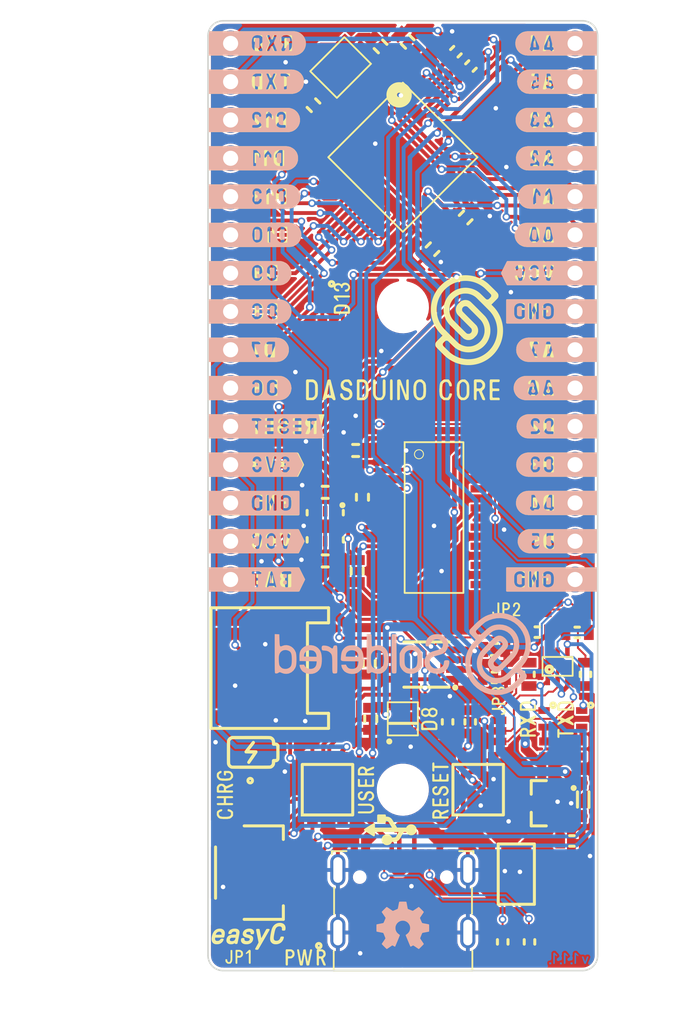
<source format=kicad_pcb>
(kicad_pcb (version 20210623) (generator pcbnew)
  (title_block (title "Dasduino CORE") (date "2021-08-26") (rev "V1.1.1.") (company "SOLDERED") (comment 1 "333037"))
  (layers (0 "F.Cu" mixed) (31 "B.Cu" signal) (34 "B.Paste" user) (35 "F.Paste" user) (36 "B.SilkS" user "B.Silkscreen") (37 "F.SilkS" user "F.Silkscreen") (38 "B.Mask" user) (39 "F.Mask" user) (44 "Edge.Cuts" user))
  (net 0 "")
  (net 1 "+3V3")
  (net 2 "GND")
  (net 3 "RESET")
  (net 4 "VUSB")
  (net 5 "VCC")
  (net 6 "VBAT")
  (net 7 "Net-(D1-Pad1)")
  (net 8 "Net-(D2-Pad1)")
  (net 9 "Net-(D3-Pad1)")
  (net 10 "XTAL1")
  (net 12 "Net-(F1-Pad2)")
  (net 13 "D-")
  (net 14 "D+")
  (net 15 "SDA")
  (net 16 "SCL")
  (net 17 "XTAL2")
  (net 18 "Net-(C13-Pad1)")
  (net 19 "Net-(D6-Pad1)")
  (net 20 "D6")
  (net 21 "D7")
  (net 22 "D8")
  (net 23 "D9")
  (net 24 "D10")
  (net 25 "RTS")
  (net 26 "D13")
  (net 27 "DTR")
  (net 28 "Net-(C2-Pad1)")
  (net 29 "Net-(D5-Pad2)")
  (net 30 "Net-(K2-PadA5)")
  (net 32 "Net-(K2-PadB5)")
  (net 39 "Net-(R11-Pad1)")
  (net 40 "Net-(R12-Pad1)")
  (net 42 "Net-(D4-Pad3)")
  (net 44 "D11")
  (net 45 "D12")
  (net 46 "D5")
  (net 47 "D4")
  (net 48 "D3")
  (net 49 "D2")
  (net 50 "A6")
  (net 51 "A7")
  (net 52 "A0")
  (net 53 "A1")
  (net 54 "Net-(JP1-Pad2)")
  (net 55 "A2")
  (net 56 "A3")
  (net 57 "SCL_5V")
  (net 58 "SDA_5V")
  (net 59 "TXD")
  (net 60 "RXD")
  (net 61 "SCL_PULL5")
  (net 62 "SDA_PULL5")
  (net 63 "SCL_PULL3,3")
  (net 64 "SDA_PULL3,3")
  (net 65 "CH-RXD")
  (net 66 "CH-TXD")
  (footprint "e-radionica.com footprinti:0603C" (layer "F.Cu") (at 75.95 88.7 -45)
    (fp_text reference "C10")
    (fp_text value "22pF")
  )
  (footprint "e-radionica.com footprinti:0603C" (layer "F.Cu") (at 74.4 123.5 90)
    (fp_text reference "C11")
    (fp_text value "100nF")
  )
  (footprint "buzzardLabel" (layer "F.Cu") (at 64.1 91.04)
    (fp_text reference "")
    (fp_text value "")
  )
  (footprint "e-radionica.com footprinti:0603C" (layer "F.Cu") (at 79.4 102.15 45)
    (fp_text reference "C6")
    (fp_text value "100nF")
  )
  (footprint "buzzardLabel" (layer "F.Cu") (at 83.8 132.1 90)
    (fp_text reference "")
    (fp_text value "")
  )
  (footprint "e-radionica.com footprinti:0603R" (layer "F.Cu") (at 80.95 89.05 -135)
    (fp_text reference "R2")
    (fp_text value "1k")
  )
  (footprint "e-radionica.com footprinti:0402R" (layer "F.Cu") (at 89.3 135.3 -90)
    (fp_text reference "R3")
    (fp_text value "2k2")
  )
  (footprint "e-radionica.com footprinti:1206FUSE" (layer "F.Cu") (at 84.96 143.6 -90)
    (fp_text reference "F1")
    (fp_text value "1206FUSE-500mA")
  )
  (footprint "e-radionica.com footprinti:CRYSTAL_3225__4_PAD" (layer "F.Cu") (at 73.3 90.1 -135)
    (fp_text reference "X1")
    (fp_text value "16MHz")
  )
  (footprint "e-radionica.com footprinti:0603R" (layer "F.Cu") (at 89 127.57)
    (fp_text reference "R17")
    (fp_text value "10k")
  )
  (footprint "e-radionica.com footprinti:0603C" (layer "F.Cu") (at 74.3 115.5)
    (fp_text reference "C1")
    (fp_text value "0.1uF")
  )
  (footprint "Soldered Graphics:Logo-Back-OSH-3.5mm" (layer "F.Cu") (at 77.43 147)
    (fp_text reference "G***" hide)
    (fp_text value "LOGO" hide)
  )
  (footprint "e-radionica.com footprinti:0603R" (layer "F.Cu") (at 81.9 133.5 90)
    (fp_text reference "R10")
    (fp_text value "10k")
  )
  (footprint "e-radionica.com footprinti:0603C" (layer "F.Cu") (at 72.2785 118.276)
    (fp_text reference "C5")
    (fp_text value "2.2uF")
  )
  (footprint "buzzardLabel" (layer "F.Cu") (at 64.1 98.66)
    (fp_text reference "")
    (fp_text value "")
  )
  (footprint "e-radionica.com footprinti:0603R" (layer "F.Cu") (at 81.95 90 -135)
    (fp_text reference "R1")
    (fp_text value "1k")
  )
  (footprint "e-radionica.com footprinti:0402LED" (layer "F.Cu") (at 86.8 133.3 90)
    (fp_text reference "D2")
    (fp_text value "white")
  )
  (footprint "buzzardLabel" (layer "F.Cu") (at 90.76 116.44)
    (fp_text reference "")
    (fp_text value "")
  )
  (footprint "e-radionica.com footprinti:0402R" (layer "F.Cu") (at 86.8 135.3 -90)
    (fp_text reference "R4")
    (fp_text value "2k2")
  )
  (footprint "buzzardLabel" (layer "F.Cu") (at 64.1 93.58)
    (fp_text reference "")
    (fp_text value "")
  )
  (footprint "buzzardLabel" (layer "F.Cu") (at 64.1 101.2)
    (fp_text reference "")
    (fp_text value "")
  )
  (footprint "buzzardLabel" (layer "F.Cu") (at 64.1 108.82)
    (fp_text reference "")
    (fp_text value "")
  )
  (footprint "Soldered Graphics:Logo-Back-SolderedFULL-17mm" (layer "F.Cu") (at 77.43 129)
    (fp_text reference "REF**" hide)
    (fp_text value "Logo-Front-SolderedFULL-17mm" hide)
  )
  (footprint "e-radionica.com footprinti:0603R" (layer "F.Cu") (at 85.836 148.095 -90)
    (fp_text reference "R7")
    (fp_text value "5.1k")
  )
  (footprint "buzzardLabel" (layer "F.Cu") (at 66.5 149.1)
    (fp_text reference "")
    (fp_text value "")
  )
  (footprint "e-radionica.com footprinti:TPS7A2633DRVR" (layer "F.Cu") (at 72.2785 120.526 -90)
    (fp_text reference "U2")
    (fp_text value "TPS7A2633DRVR")
  )
  (footprint "e-radionica.com footprinti:SMD-JUMPER-CONNECTED_TRACE_SLODERMASK" (layer "F.Cu") (at 68.75 149.15)
    (fp_text reference "JP1")
    (fp_text value "SMD-JUMPER-CONNECTED_TRACE_SLODERMASK")
  )
  (footprint "e-radionica.com footprinti:WS2812B-2020" (layer "F.Cu") (at 77.43 133.3 -90)
    (fp_text reference "D4")
    (fp_text value "WS2812B-2020")
  )
  (footprint "buzzardLabel" (layer "F.Cu") (at 77.43 111.5)
    (fp_text reference "")
    (fp_text value "")
  )
  (footprint "buzzardLabel" (layer "F.Cu") (at 73.4 105.4 90)
    (fp_text reference "")
    (fp_text value "")
  )
  (footprint "e-radionica.com footprinti:0402R" (layer "F.Cu") (at 68 138.3 90)
    (fp_text reference "R12")
    (fp_text value "2k2")
  )
  (footprint "buzzardLabel" (layer "F.Cu") (at 90.76 113.9)
    (fp_text reference "")
    (fp_text value "")
  )
  (footprint "buzzardLabel" (layer "F.Cu") (at 90.76 121.52)
    (fp_text reference "")
    (fp_text value "")
  )
  (footprint "buzzardLabel" (layer "F.Cu") (at 90.76 91.04)
    (fp_text reference "")
    (fp_text value "")
  )
  (footprint "e-radionica.com footprinti:0603C" (layer "F.Cu") (at 81.6 100.05 45)
    (fp_text reference "C13")
    (fp_text value "100nF")
  )
  (footprint "buzzardLabel" (layer "F.Cu") (at 79.9 138 90)
    (fp_text reference "")
    (fp_text value "")
  )
  (footprint "e-radionica.com footprinti:0603R" (layer "F.Cu") (at 84.058 148.095 -90)
    (fp_text reference "R8")
    (fp_text value "5.1k")
  )
  (footprint "buzzardLabel" (layer "F.Cu") (at 90.76 98.66)
    (fp_text reference "")
    (fp_text value "")
  )
  (footprint "e-radionica.com footprinti:0603R" (layer "F.Cu") (at 85.8 130.35 -90)
    (fp_text reference "R13")
    (fp_text value "10k")
  )
  (footprint "e-radionica.com footprinti:SOP-16" (layer "F.Cu") (at 79.5 119.95)
    (fp_text reference "U1")
    (fp_text value "CH340C")
  )
  (footprint "e-radionica.com footprinti:easyC-connector" (layer "F.Cu") (at 67.8 143.5 90)
    (fp_text reference "K1")
    (fp_text value "easyC-SMD")
  )
  (footprint "e-radionica.com footprinti:0402LED" (layer "F.Cu") (at 89.3 133.3 90)
    (fp_text reference "D1")
    (fp_text value "blue")
  )
  (footprint "Soldered Graphics:Symbol-Front-Battery" (layer "F.Cu") (at 67.5 135.6)
    (fp_text reference "G***" hide)
    (fp_text value "LOGO" hide)
  )
  (footprint "e-radionica.com footprinti:SOT-363" (layer "F.Cu") (at 87.7 129.82 90)
    (fp_text reference "U5")
    (fp_text value "NMOS-DUAL")
  )
  (footprint "buzzardLabel" (layer "F.Cu") (at 90.76 103.74)
    (fp_text reference "")
    (fp_text value "")
  )
  (footprint "e-radionica.com footprinti:SOT-23-3" (layer "F.Cu") (at 86.65 138.9 180)
    (fp_text reference "Q1")
    (fp_text value "PMOS-SOT-23-3")
  )
  (footprint "buzzardLabel" (layer "F.Cu") (at 64.1 103.74)
    (fp_text reference "")
    (fp_text value "")
  )
  (footprint "buzzardLabel" (layer "F.Cu") (at 90.76 108.82)
    (fp_text reference "")
    (fp_text value "")
  )
  (footprint "e-radionica.com footprinti:0603C" (layer "F.Cu") (at 72.2785 122.826)
    (fp_text reference "C3")
    (fp_text value "2.2uF")
  )
  (footprint "e-radionica.com footprinti:0402LED" (layer "F.Cu") (at 70.95 147.75)
    (fp_text reference "D3")
    (fp_text value "purple")
  )
  (footprint "buzzardLabel" (layer "F.Cu") (at 90.76 101.2)
    (fp_text reference "")
    (fp_text value "")
  )
  (footprint "e-radionica.com footprinti:ATMEGA_328P" (layer "F.Cu") (at 77.43 96.05 -45)
    (fp_text reference "U4")
    (fp_text value "ATMEGA_328P")
  )
  (footprint "buzzardLabel" (layer "F.Cu") (at 64.1 113.9)
    (fp_text reference "")
    (fp_text value "")
  )
  (footprint "e-radionica.com footprinti:0603R" (layer "F.Cu") (at 88.65 141.4 180)
    (fp_text reference "R14")
    (fp_text value "100k")
  )
  (footprint "buzzardLabel" (layer "F.Cu") (at 64.1 124.06)
    (fp_text reference "")
    (fp_text value "")
  )
  (footprint "buzzardLabel" (layer "F.Cu") (at 65.6 138.3 90)
    (fp_text reference "")
    (fp_text value "")
  )
  (footprint "buzzardLabel" (layer "F.Cu") (at 74.96 138 90)
    (fp_text reference "")
    (fp_text value "")
  )
  (footprint "buzzardLabel" (layer "F.Cu") (at 84.3 126.05)
    (fp_text reference "")
    (fp_text value "")
  )
  (footprint "buzzardLabel" (layer "F.Cu") (at 90.76 88.5)
    (fp_text reference "")
    (fp_text value "")
  )
  (footprint "buzzardLabel" (layer "F.Cu") (at 90.76 106.28)
    (fp_text reference "")
    (fp_text value "")
  )
  (footprint "buzzardLabel" (layer "F.Cu") (at 85.7 133.3 90)
    (fp_text reference "")
    (fp_text value "")
  )
  (footprint "e-radionica.com footprinti:0402R" (layer "F.Cu") (at 72.0875 107.3625 90)
    (fp_text reference "R9")
    (fp_text value "2k2")
  )
  (footprint "buzzardLabel" (layer "F.Cu") (at 79.2 133.3 90)
    (fp_text reference "")
    (fp_text value "")
  )
  (footprint "e-radionica.com footprinti:0603R" (layer "F.Cu") (at 89.55 130.35 -90)
    (fp_text reference "R15")
    (fp_text value "10k")
  )
  (footprint "buzzardLabel" (layer "F.Cu") (at 64.16 116.44)
    (fp_text reference "")
    (fp_text value "")
  )
  (footprint "e-radionica.com footprinti:0402LED" (layer "F.Cu") (at 66.7 138.3 90)
    (fp_text reference "D5")
    (fp_text value "red")
  )
  (footprint "e-radionica.com footprinti:0603C" (layer "F.Cu") (at 74.75 118.6 90)
    (fp_text reference "C2")
    (fp_text value "0.1uF")
  )
  (footprint "buzzardLabel" (layer "F.Cu") (at 64.0875 119)
    (fp_text reference "")
    (fp_text value "")
  )
  (footprint "e-radionica.com footprinti:0603R" (layer "F.Cu") (at 86.35 127.55 180)
    (fp_text reference "R16")
    (fp_text value "10k")
  )
  (footprint "e-radionica.com footprinti:SMD_JUMPER_3_PAD_TRACE" (layer "F.Cu") (at 83.8 134.1 90)
    (fp_text reference "JP3")
    (fp_text value "SMD_JUMPER_3_PAD_TRACE")
  )
  (footprint "buzzardLabel" (layer "F.Cu") (at 64.1 88.5)
    (fp_text reference "")
    (fp_text value "")
  )
  (footprint "buzzardLabel" (layer "F.Cu") (at 90.76 93.58)
    (fp_text reference "")
    (fp_text value "")
  )
  (footprint "e-radionica.com footprinti:YTSA007A0151803B" (layer "F.Cu") (at 72.43 138 90)
    (fp_text reference "SW1")
    (fp_text value "YTSA007A0151803B")
  )
  (footprint "buzzardLabel" (layer "F.Cu") (at 90.76 111.36)
    (fp_text reference "")
    (fp_text value "")
  )
  (footprint "e-radionica.com footprinti:SMD_JUMPER_3_PAD_TRACE" (layer "F.Cu") (at 86.35 126.05 180)
    (fp_text reference "JP2")
    (fp_text value "SMD_JUMPER_3_PAD_TRACE")
  )
  (footprint "e-radionica.com footprinti:HOLE_3.2mm" (layer "F.Cu") (at 77.43 138)
    (fp_text reference "H1" hide)
    (fp_text value "HOLE_3.2mm" hide)
  )
  (footprint "e-radionica.com footprinti:0603C" (layer "F.Cu") (at 75.2 129.634 90)
    (fp_text reference "C7")
    (fp_text value "2.2uF")
  )
  (footprint "buzzardLabel" (layer "F.Cu") (at 90.76 118.98)
    (fp_text reference "")
    (fp_text value "")
  )
  (footprint "buzzardLabel" (layer "F.Cu") (at 90.76 96.12)
    (fp_text reference "")
    (fp_text value "")
  )
  (footprint "e-radionica.com footprinti:JST-2pin-SMD" (layer "F.Cu") (at 69.5 129.934 90)
    (fp_text reference "K3")
    (fp_text value "JST-2pin-SMD")
  )
  (footprint "buzzardLabel" (layer "F.Cu") (at 64.1 106.28)
    (fp_text reference "")
    (fp_text value "")
  )
  (footprint "Soldered Graphics:Logo-Front-easyC-5mm" (layer "F.Cu") (at 67.2 147.7)
    (fp_text reference "G***" hide)
    (fp_text value "LOGO" hide)
  )
  (footprint "buzzardLabel" (layer "F.Cu") (at 64.1 111.36)
    (fp_text reference "")
    (fp_text value "")
  )
  (footprint "Soldered Graphics:Symbol-Front-USB" (layer "F.Cu") (at 76.6 140.66 90)
    (fp_text reference "G***" hide)
    (fp_text value "LOGO" hide)
  )
  (footprint "e-radionica.com footprinti:0603R" (layer "F.Cu") (at 80.4 133.5 -90)
    (fp_text reference "R5")
    (fp_text value "1k")
  )
  (footprint "buzzardLabel" (layer "F.Cu") (at 71 149.1)
    (fp_text reference "")
    (fp_text value "")
  )
  (footprint "e-radionica.com footprinti:0603C" (layer "F.Cu") (at 83.5 128.7 180)
    (fp_text reference "C8")
    (fp_text value "2.2uF")
  )
  (footprint "e-radionica.com footprinti:0603C" (layer "F.Cu") (at 77.75 88.4 -45)
    (fp_text reference "C12")
    (fp_text value "100nF")
  )
  (footprint "e-radionica.com footprinti:0603C" (layer "F.Cu") (at 71.5 92.6 -45)
    (fp_text reference "C9")
    (fp_text value "22pF")
  )
  (footprint "e-radionica.com footprinti:0402R" (layer "F.Cu") (at 70.95 146.55 180)
    (fp_text reference "R6")
    (fp_text value "2k2")
  )
  (footprint "e-radionica.com footprinti:TP4056M-MSOP8" (layer "F.Cu") (at 79 129.7 180)
    (fp_text reference "U3")
    (fp_text value "TP4056M")
  )
  (footprint "e-radionica.com footprinti:0603R" (layer "F.Cu") (at 83.5 130.55)
    (fp_text reference "R11")
    (fp_text value "3k")
  )
  (footprint "e-radionica.com footprinti:YTSA007A0151803B" (layer "F.Cu") (at 82.43 138 90)
    (fp_text reference "SW2")
    (fp_text value "YTSA007A0151803B")
  )
  (footprint "e-radionica.com footprinti:0603C" (layer "F.Cu") (at 75.3 133.3 -90)
    (fp_text reference "C4")
    (fp_text value "100nF")
  )
  (footprint "e-radionica.com footprinti:SOD-323" (layer "F.Cu") (at 89.4 138.65 90)
    (fp_text reference "D7")
    (fp_text value "BAT20J")
  )
  (footprint "e-radionica.com footprinti:0402LED" (layer "F.Cu") (at 72.1 105.35 90)
    (fp_text reference "D6")
    (fp_text value "orange")
  )
  (footprint "buzzardLabel" (layer "F.Cu") (at 88.2 133.3 90)
    (fp_text reference "")
    (fp_text value "")
  )
  (footprint "buzzardLabel" (layer "F.Cu") (at 64.1 121.52)
    (fp_text reference "")
    (fp_text value "")
  )
  (footprint "buzzardLabel" (layer "F.Cu") (at 90.76 124.06)
    (fp_text reference "")
    (fp_text value "")
  )
  (footprint "Soldered Graphics:Logo-Front-Soldered-6mm" (layer "F.Cu") (at 81.69 106.86)
    (fp_text reference "G***" hide)
    (fp_text value "LOGO" hide)
  )
  (footprint "e-radionica.com footprinti:HOLE_3.2mm" (layer "F.Cu") (at 77.43 106)
    (fp_text reference "H2" hide)
    (fp_text value "HOLE_3.2mm" hide)
  )
  (footprint "e-radionica.com footprinti:U262-161N-4BVC11" (layer "F.Cu") (at 77.43 145)
    (fp_text reference "K2")
    (fp_text value "U262-161N-4BVC11")
  )
  (footprint "e-radionica.com footprinti:FIDUCIAL_23" (layer "F.Cu") (at 77.4 148)
    (fp_text reference "FD1")
    (fp_text value "FIDUCIAL")
  )
  (footprint "buzzardLabel" (layer "F.Cu") (at 64.1 96.12)
    (fp_text reference "")
    (fp_text value "")
  )
  (footprint "buzzardLabel" (layer "B.Cu") (at 90.76 103.74 180)
    (fp_text reference "")
    (fp_text value "")
  )
  (footprint "buzzardLabel" (layer "B.Cu") (at 64.1 91.04 180)
    (fp_text reference "")
    (fp_text value "")
  )
  (footprint "buzzardLabel" (layer "B.Cu") (at 64.1 103.74 180)
    (fp_text reference "")
    (fp_text value "")
  )
  (footprint "buzzardLabel" (layer "B.Cu") (at 64.1 101.2 180)
    (fp_text reference "")
    (fp_text value "")
  )
  (footprint "buzzardLabel" (layer "B.Cu") (at 64.1 121.52 180)
    (fp_text reference "")
    (fp_text value "")
  )
  (footprint "buzzardLabel" (layer "B.Cu") (at 64.1 98.66 180)
    (fp_text reference "")
    (fp_text value "")
  )
  (footprint "buzzardLabel" (layer "B.Cu") (at 64.1 111.36 180)
    (fp_text reference "")
    (fp_text value "")
  )
  (footprint "buzzardLabel" (layer "B.Cu") (at 64.1 106.28 180)
    (fp_text reference "")
    (fp_text value "")
  )
  (footprint "buzzardLabel" (layer "B.Cu") (at 90.76 108.82 180)
    (fp_text reference "")
    (fp_text value "")
  )
  (footprint "e-radionica.com footprinti:HEADER_MALE_15X1" (layer "B.Cu") (at 88.86 106.28 90)
    (fp_text reference "K5")
    (fp_text value "HEADER_MALE_15X1")
  )
  (footprint "buzzardLabel" (layer "B.Cu") (at 90.76 111.36 180)
    (fp_text reference "")
    (fp_text value "")
  )
  (footprint "buzzardLabel" (layer "B.Cu") (at 90.76 118.98 180)
    (fp_text reference "")
    (fp_text value "")
  )
  (footprint "buzzardLabel" (layer "B.Cu") (at 64.1 113.9 180)
    (fp_text reference "")
    (fp_text value "")
  )
  (footprint "e-radionica.com footprinti:HEADER_MALE_15X1" (layer "B.Cu") (at 66 106.28 90)
    (fp_text reference "K4")
    (fp_text value "HEADER_MALE_15X1")
  )
  (footprint "buzzardLabel" (layer "B.Cu") (at 64.1 88.5 180)
    (fp_text reference "")
    (fp_text value "")
  )
  (footprint "buzzardLabel" (layer "B.Cu") (at 64.1 124.06 180)
    (fp_text reference "")
    (fp_text value "")
  )
  (footprint "buzzardLabel" (layer "B.Cu") (at 64.1 108.82 180)
    (fp_text reference "")
    (fp_text value "")
  )
  (footprint "buzzardLabel" (layer "B.Cu") (at 90.76 98.66 180)
    (fp_text reference "")
    (fp_text value "")
  )
  (footprint "buzzardLabel" (layer "B.Cu") (at 90.76 116.44 180)
    (fp_text reference "")
    (fp_text value "")
  )
  (footprint "buzzardLabel" (layer "B.Cu") (at 64.1 118.98 180)
    (fp_text reference "")
    (fp_text value "")
  )
  (footprint "buzzardLabel" (layer "B.Cu") (at 90.76 96.12 180)
    (fp_text reference "")
    (fp_text value "")
  )
  (footprint "buzzardLabel" (layer "B.Cu") (at 90.76 106.28 180)
    (fp_text reference "")
    (fp_text value "")
  )
  (footprint "buzzardLabel" (layer "B.Cu") (at 90.76 93.58 180)
    (fp_text reference "")
    (fp_text value "")
  )
  (footprint "buzzardLabel" (layer "B.Cu") (at 64.1 96.12 180)
    (fp_text reference "")
    (fp_text value "")
  )
  (footprint "buzzardLabel" (layer "B.Cu") (at 90.76 88.5 180)
    (fp_text reference "")
    (fp_text value "")
  )
  (footprint "buzzardLabel" (layer "B.Cu") (at 90.76 101.2 180)
    (fp_text reference "")
    (fp_text value "")
  )
  (footprint "buzzardLabel" (layer "B.Cu") (at 64.1 93.58 180)
    (fp_text reference "")
    (fp_text value "")
  )
  (footprint "buzzardLabel" (layer "B.Cu") (at 90.76 124.06 180)
    (fp_text reference "")
    (fp_text value "")
  )
  (footprint "Soldered Graphics:Version1.1.1." (layer "B.Cu") (at 88.4 149.2 180)
    (fp_text reference "REF**" hide)
    (fp_text value "Version1.1.1." hide)
  )
  (footprint "buzzardLabel" (layer "B.Cu") (at 90.76 113.9 180)
    (fp_text reference "")
    (fp_text value "")
  )
  (footprint "buzzardLabel" (layer "B.Cu") (at 90.76 121.52 180)
    (fp_text reference "")
    (fp_text value "")
  )
  (footprint "buzzardLabel" (layer "B.Cu") (at 64.1 116.44 180)
    (fp_text reference "")
    (fp_text value "")
  )
  (footprint "buzzardLabel" (layer "B.Cu") (at 90.76 91.04 180)
    (fp_text reference "")
    (fp_text value "")
  )
  (gr_arc (start 89.36 88) (end 89.36 87) (angle 90) (layer "Edge.Cuts") (width 0.1))
  (gr_arc (start 89.36 149) (end 89.36 150) (angle -90) (layer "Edge.Cuts") (width 0.1))
  (gr_line (start 64.5 88) (end 64.5 149) (layer "Edge.Cuts") (width 0.1))
  (gr_line locked (start 90.36 149) (end 90.36 88) (layer "Edge.Cuts") (width 0.1))
  (gr_line locked (start 89.36 87) (end 65.5 87) (layer "Edge.Cuts") (width 0.1))
  (gr_line (start 65.5 150) (end 89.36 150) (layer "Edge.Cuts") (width 0.1))
  (gr_arc (start 65.5 149) (end 65.5 150) (angle 90) (layer "Edge.Cuts") (width 0.1))
  (gr_arc (start 65.5 88) (end 64.5 88) (angle 90) (layer "Edge.Cuts") (width 0.1))
  (segment (start 82.85 133.65) (end 83.3 134.1) (width 0.254) (layer "F.Cu") (net 1))
  (segment (start 69.95 132.05) (end 66.3 128.4) (width 0.254) (layer "F.Cu") (net 1))
  (segment (start 84.6 134.1) (end 83.8 134.1) (width 0.13) (layer "F.Cu") (net 1))
  (segment (start 69.95 135.9) (end 69.95 132.05) (width 0.254) (layer "F.Cu") (net 1))
  (segment (start 87.4 131.5) (end 87.1 131.5) (width 0.13) (layer "F.Cu") (net 1))
  (segment (start 68.4 149.15) (end 68.4 143.55) (width 0.254) (layer "F.Cu") (net 1))
  (segment (start 72.9285 118.356) (end 73.0085 118.276) (width 0.3) (layer "F.Cu") (net 1))
  (segment (start 85.2 131.75) (end 84.8 132.15) (width 0.13) (layer "F.Cu") (net 1))
  (segment (start 87.7 131.2) (end 87.4 131.5) (width 0.13) (layer "F.Cu") (net 1))
  (segment (start 87.7 130.74) (end 87.7 128.9) (width 0.2) (layer "F.Cu") (net 1))
  (segment (start 72.14 116.44) (end 73.0085 117.3085) (width 0.5) (layer "F.Cu") (net 1))
  (segment (start 68.95 140.9) (end 70.2 140.9) (width 0.254) (layer "F.Cu") (net 1))
  (segment (start 82.625 133.45) (end 81.9 132.725) (width 0.254) (layer "F.Cu") (net 1))
  (segment (start 68.4 143) (end 68.4 141.45) (width 0.254) (layer "F.Cu") (net 1))
  (segment (start 68.675 143.275) (end 68.4 143) (width 0.254) (layer "F.Cu") (net 1))
  (segment (start 68.4 143.55) (end 68.675 143.275) (width 0.254) (layer "F.Cu") (net 1))
  (segment (start 87.7 130.74) (end 87.7 131.2) (width 0.13) (layer "F.Cu") (net 1))
  (segment (start 84.8 132.15) (end 84.8 133.9) (width 0.13) (layer "F.Cu") (net 1))
  (segment (start 68.675 143.275) (end 68.95 143) (width 0.254) (layer "F.Cu") (net 1))
  (segment (start 84.8 133.9) (end 84.6 134.1) (width 0.13) (layer "F.Cu") (net 1))
  (segment (start 82.85 133.45) (end 82.85 133.65) (width 0.254) (layer "F.Cu") (net 1))
  (segment (start 68.95 143) (end 69.95 143) (width 0.254) (layer "F.Cu") (net 1))
  (segment (start 68.4 141.45) (end 68.95 140.9) (width 0.254) (layer "F.Cu") (net 1))
  (segment (start 87.1 131.5) (end 86.85 131.75) (width 0.13) (layer "F.Cu") (net 1))
  (segment (start 66 116.44) (end 72.14 116.44) (width 0.5) (layer "F.Cu") (net 1))
  (segment (start 72.9285 119.531) (end 72.9285 118.356) (width 0.3) (layer "F.Cu") (net 1))
  (segment (start 73.0085 117.3085) (end 73.0085 118.276) (width 0.5) (layer "F.Cu") (net 1))
  (segment (start 83.3 134.1) (end 83.8 134.1) (width 0.254) (layer "F.Cu") (net 1))
  (segment (start 86.85 131.75) (end 85.2 131.75) (width 0.13) (layer "F.Cu") (net 1))
  (via (at 82.85 133.45) (size 0.5) (drill 0.3) (layers "F.Cu" "B.Cu") (net 1))
  (via (at 69.95 135.9) (size 0.5) (drill 0.3) (layers "F.Cu" "B.Cu") (net 1))
  (via (at 66.3 128.4) (size 0.5) (drill 0.3) (layers "F.Cu" "B.Cu") (net 1))
  (via (at 70.2 140.9) (size 0.5) (drill 0.3) (layers "F.Cu" "B.Cu") (net 1))
  (segment (start 66.3 126.7) (end 67.45 125.55) (width 0.254) (layer "B.Cu") (net 1))
  (segment (start 67.45 125.55) (end 67.45 117.89) (width 0.254) (layer "B.Cu") (net 1))
  (segment (start 66.3 128.4) (end 66.3 126.7) (width 0.254) (layer "B.Cu") (net 1))
  (segment (start 82.85 137.75) (end 82.85 133.45) (width 0.254) (layer "B.Cu") (net 1))
  (segment (start 70.7 140.4) (end 80.2 140.4) (width 0.254) (layer "B.Cu") (net 1))
  (segment (start 70.2 140.9) (end 70.7 140.4) (width 0.254) (layer "B.Cu") (net 1))
  (segment (start 70.2 140.9) (end 70.2 136.15) (width 0.254) (layer "B.Cu") (net 1))
  (segment (start 70.2 136.15) (end 69.95 135.9) (width 0.254) (layer "B.Cu") (net 1))
  (segment (start 67.45 117.89) (end 66 116.44) (width 0.254) (layer "B.Cu") (net 1))
  (segment (start 80.2 140.4) (end 82.85 137.75) (width 0.254) (layer "B.Cu") (net 1))
  (via (at 89.85 142.4) (size 0.5) (drill 0.3) (layers "F.Cu" "B.Cu") (net 2))
  (via (at 76 108.9) (size 0.5) (drill 0.3) (layers "F.Cu" "B.Cu") (net 2))
  (via (at 71 91.04) (size 0.5) (drill 0.3) (layers "F.Cu" "B.Cu") (net 2))
  (via (at 77.95 135.15) (size 0.5) (drill 0.3) (layers "F.Cu" "B.Cu") (net 2))
  (via (at 65 134.85) (size 0.5) (drill 0.3) (layers "F.Cu" "B.Cu") (net 2))
  (via (at 69.6 136.8) (size 0.5) (drill 0.3) (layers "F.Cu" "B.Cu") (net 2))
  (via (at 78 144.4) (size 0.5) (drill 0.3) (layers "F.Cu" "B.Cu") (net 2))
  (via (at 75.6 95.15) (size 0.5) (drill 0.3) (layers "F.Cu" "B.Cu") (net 2))
  (via (at 71 114.9) (size 0.5) (drill 0.3) (layers "F.Cu" "B.Cu") (net 2))
  (via (at 70.75 117.8) (size 0.5) (drill 0.3) (layers "F.Cu" "B.Cu") (net 2))
  (via (at 80.55 131.8) (size 0.5) (drill 0.3) (layers "F.Cu" "B.Cu") (net 2))
  (via (at 70.7 122.75) (size 0.5) (drill 0.3) (layers "F.Cu" "B.Cu") (net 2))
  (via (at 79.95 103) (size 0.5) (drill 0.3) (layers "F.Cu" "B.Cu") (net 2))
  (via (at 84.6 105) (size 0.5) (drill 0.3) (layers "F.Cu" "B.Cu") (net 2))
  (via (at 83.45 137.3) (size 0.5) (drill 0.3) (layers "F.Cu" "B.Cu") (net 2))
  (via (at 68.3 128.35) (size 0.5) (drill 0.3) (layers "F.Cu" "B.Cu") (net 2))
  (via (at 69 133.4) (size 0.5) (drill 0.3) (layers "F.Cu" "B.Cu") (net 2))
  (via (at 84.45 140.1) (size 0.5) (drill 0.3) (layers "F.Cu" "B.Cu") (net 2))
  (via (at 80.7 87.7) (size 0.5) (drill 0.3) (layers "F.Cu" "B.Cu") (net 2))
  (via (at 68.05 122.85) (size 0.5) (drill 0.3) (layers "F.Cu" "B.Cu") (net 2))
  (via (at 74.3 113.2) (size 0.5) (drill 0.3) (layers "F.Cu" "B.Cu") (net 2))
  (via (at 84.3 96.7) (size 0.5) (drill 0.3) (layers "F.Cu" "B.Cu") (net 2))
  (via (at 74.6 148.85) (size 0.5) (drill 0.3) (layers "F.Cu" "B.Cu") (net 2))
  (via (at 83.2 99.95) (size 0.5) (drill 0.3) (layers "F.Cu" "B.Cu") (net 2))
  (via (at 65.5 144.45) (size 0.5) (drill 0.3) (layers "F.Cu" "B.Cu") (net 2))
  (via (at 70.3 110.3) (size 0.5) (drill 0.3) (layers "F.Cu" "B.Cu") (net 2))
  (via (at 70.85 120.5) (size 0.5) (drill 0.3) (layers "F.Cu" "B.Cu") (net 2))
  (via (at 66.3 131.1) (size 0.5) (drill 0.3) (layers "F.Cu" "B.Cu") (net 2))
  (via (at 73.5 114.3) (size 0.5) (drill 0.3) (layers "F.Cu" "B.Cu") (net 2))
  (via (at 80 123.5) (size 0.5) (drill 0.3) (layers "F.Cu" "B.Cu") (net 2))
  (via (at 82.6 139.05) (size 0.5) (drill 0.3) (layers "F.Cu" "B.Cu") (net 2))
  (via (at 84.2 143.4) (size 0.5) (drill 0.3) (layers "F.Cu" "B.Cu") (net 2))
  (via (at 79.5 120.5) (size 0.5) (drill 0.3) (layers "F.Cu" "B.Cu") (net 2))
  (via (at 87.7 138.8) (size 0.5) (drill 0.3) (layers "F.Cu" "B.Cu") (net 2))
  (via (at 69.65 89.75) (size 0.5) (drill 0.3) (layers "F.Cu" "B.Cu") (net 2))
  (via (at 83.6 92.8) (size 0.5) (drill 0.3) (layers "F.Cu" "B.Cu") (net 2))
  (via (at 70.95 133.45) (size 0.5) (drill 0.3) (layers "F.Cu" "B.Cu") (net 2))
  (via (at 85.2 143.45) (size 0.5) (drill 0.3) (layers "F.Cu" "B.Cu") (net 2))
  (via (at 84.15 120.75) (size 0.5) (drill 0.3) (layers "F.Cu" "B.Cu") (net 2))
  (via (at 77.65 115.5) (size 0.5) (drill 0.3) (layers "F.Cu" "B.Cu") (net 2))
  (via (at 88.6 138.9) (size 0.5) (drill 0.3) (layers "F.Cu" "B.Cu") (net 2))
  (segment (start 77.25 127.95) (end 73.25 127.95) (width 0.2) (layer "F.Cu") (net 3))
  (segment (start 73.8 121.35) (end 73.8 117.387916) (width 0.254) (layer "F.Cu") (net 3))
  (segment (start 74.4 122.7) (end 73.8 122.1) (width 0.254) (layer "F.Cu") (net 3))
  (segment (start 81.43 136.05) (end 81.43 135.42) (width 0.3) (layer "F.Cu") (net 3))
  (segment (start 77.3 128) (end 77.25 127.95) (width 0.2) (layer "F.Cu") (net 3))
  (segment (start 73.25 127.95) (end 73.2 127.9) (width 0.2) (layer "F.Cu") (net 3))
  (segment (start 81.43 139.95) (end 81.43 136.05) (width 0.3) (layer "F.Cu") (net 3))
  (segment (start 79.96127 92.93873) (end 79.1 93.8) (width 0.254) (layer "F.Cu") (net 3))
  (segment (start 81.9 134.95) (end 81.9 134.275) (width 0.3) (layer "F.Cu") (net 3))
  (segment (start 76.1 110.3) (end 71.912084 114.487916) (width 0.254) (layer "F.Cu") (net 3))
  (segment (start 79.975584 92.93873) (end 79.96127 92.93873) (width 0.254) (layer "F.Cu") (net 3))
  (segment (start 74.4 122.77) (end 74.4 122.7) (width 0.254) (layer "F.Cu") (net 3))
  (segment (start 81.43 135.42) (end 81.9 134.95) (width 0.3) (layer "F.Cu") (net 3))
  (segment (start 71.912084 115.5) (end 67.6 115.5) (width 0.254) (layer "F.Cu") (net 3))
  (segment (start 73.8 122.1) (end 73.8 121.35) (width 0.254) (layer "F.Cu") (net 3))
  (segment (start 67.6 115.5) (end 66 113.9) (width 0.254) (layer "F.Cu") (net 3))
  (segment (start 73.8 117.387916) (end 71.912084 115.5) (width 0.254) (layer "F.Cu") (net 3))
  (segment (start 71.912084 114.487916) (end 71.912084 115.5) (width 0.254) (layer "F.Cu") (net 3))
  (via (at 79.1 93.8) (size 0.5) (drill 0.3) (layers "F.Cu" "B.Cu") (net 3))
  (via (at 73.2 127.9) (size 0.5) (drill 0.3) (layers "F.Cu" "B.Cu") (net 3))
  (via (at 73.8 121.35) (size 0.5) (drill 0.3) (layers "F.Cu" "B.Cu") (net 3))
  (via (at 81.75 135.1) (size 0.5) (drill 0.3) (layers "F.Cu" "B.Cu") (net 3))
  (via (at 76.1 110.3) (size 0.5) (drill 0.3) (layers "F.Cu" "B.Cu") (net 3))
  (via (at 77.3 128) (size 0.5) (drill 0.3) (layers "F.Cu" "B.Cu") (net 3))
  (segment (start 78.15 128.15) (end 78.85 128.85) (width 0.2) (layer "B.Cu") (net 3))
  (segment (start 73.8 126.05) (end 73.8 121.55) (width 0.2) (layer "B.Cu") (net 3))
  (segment (start 79.4 129.75) (end 78.85 129.2) (width 0.2) (layer "B.Cu") (net 3))
  (segment (start 81.75 135.1) (end 81.75 132.1) (width 0.2) (layer "B.Cu") (net 3))
  (segment (start 73.2 126.65) (end 73.8 126.05) (width 0.2) (layer "B.Cu") (net 3))
  (segment (start 78.85 128.85) (end 78.85 129.2) (width 0.2) (layer "B.Cu") (net 3))
  (segment (start 78.905586 104.544414) (end 79.410521 105.049349) (width 0.254) (layer "B.Cu") (net 3))
  (segment (start 77.48052 96.8) (end 77.48052 103.119348) (width 0.254) (layer "B.Cu") (net 3))
  (segment (start 77.48052 103.119348) (end 78.905586 104.544414) (width 0.254) (layer "B.Cu") (net 3))
  (segment (start 78.85 129.2) (end 78.85 129.05) (width 0.2) (layer "B.Cu") (net 3))
  (segment (start 77.48052 95.41948) (end 77.48052 96.8) (width 0.254) (layer "B.Cu") (net 3))
  (segment (start 81.75 132.1) (end 79.4 129.75) (width 0.2) (layer "B.Cu") (net 3))
  (segment (start 77.45 128.15) (end 78.15 128.15) (width 0.2) (layer "B.Cu") (net 3))
  (segment (start 79.410521 106.989479) (end 76.1 110.3) (width 0.254) (layer "B.Cu") (net 3))
  (segment (start 73.2 127.9) (end 73.2 126.65) (width 0.2) (layer "B.Cu") (net 3))
  (segment (start 79.410521 105.049349) (end 79.410521 106.989479) (width 0.254) (layer "B.Cu") (net 3))
  (segment (start 79.1 93.8) (end 77.48052 95.41948) (width 0.254) (layer "B.Cu") (net 3))
  (segment (start 77.3 128) (end 77.45 128.15) (width 0.2) (layer "B.Cu") (net 3))
  (segment (start 77.025 130.675) (end 79.575 130.675) (width 0.254) (layer "F.Cu") (net 4))
  (segment (start 85.9 135.65) (end 85.55 135.3) (width 0.6) (layer "F.Cu") (net 4))
  (segment (start 72.55 138.35) (end 71.9 139) (width 0.254) (layer "F.Cu") (net 4))
  (segment (start 86.65 136.15) (end 86.8 136) (width 0.6) (layer "F.Cu") (net 4))
  (segment (start 85.76 141.4) (end 84.96 142.2) (width 0.6) (layer "F.Cu") (net 4))
  (segment (start 81.295 115.505) (end 80.85 115.95) (width 0.3) (layer "F.Cu") (net 4))
  (segment (start 71.9 139) (end 70.8 139) (width 0.254) (layer "F.Cu") (net 4))
  (segment (start 87.85 139.85) (end 89.3 139.85) (width 0.6) (layer "F.Cu") (net 4))
  (segment (start 87.85 141.375) (end 87.875 141.4) (width 0.6) (layer "F.Cu") (net 4))
  (segment (start 74.45 133.25) (end 72.55 135.15) (width 0.254) (layer "F.Cu") (net 4))
  (segment (start 77.025 131.325) (end 76.65 131.7) (width 0.254) (layer "F.Cu") (net 4))
  (segment (start 75.2 114.7) (end 75.03 114.87) (width 0.3) (layer "F.Cu") (net 4))
  (segment (start 89.3 139.85) (end 89.4 139.75) (width 0.6) (layer "F.Cu") (net 4))
  (segment (start 86.8 136) (end 86.8 135.8) (width 0.6) (layer "F.Cu") (net 4))
  (segment (start 87.85 139.85) (end 87.85 141.375) (width 0.6) (layer "F.Cu") (net 4))
  (segment (start 69.8 140) (end 67.85 140) (width 0.254) (layer "F.Cu") (net 4))
  (segment (start 89.3 135.8) (end 86.8 135.8) (width 0.3) (layer "F.Cu") (net 4))
  (segment (start 74.45 132.15) (end 74.45 133.25) (width 0.254) (layer "F.Cu") (net 4))
  (segment (start 72.55 135.15) (end 72.55 138.35) (width 0.254) (layer "F.Cu") (net 4))
  (segment (start 82.05 114.7) (end 75.2 114.7) (width 0.3) (layer "F.Cu") (net 4))
  (segment (start 80.85 115.95) (end 80.85 119.6) (width 0.3) (layer "F.Cu") (net 4))
  (segment (start 80.046489 128.947191) (end 80.26868 128.725) (width 0.254) (layer "F.Cu") (net 4))
  (segment (start 87.5 139.85) (end 86.65 139) (width 0.6) (layer "F.Cu") (net 4))
  (segment (start 86.4 136.15) (end 85.9 135.65) (width 0.6) (layer "F.Cu") (net 4))
  (segment (start 86.65 139) (end 86.65 136.15) (width 0.6) (layer "F.Cu") (net 4))
  (segment (start 75.03 114.87) (end 75.03 115.5) (width 0.3) (layer "F.Cu") (net 4))
  (segment (start 80.046489 130.203511) (end 80.046489 128.947191) (width 0.254) (layer "F.Cu") (net 4))
  (segment (start 77.025 130.675) (end 77.025 131.325) (width 0.254) (layer "F.Cu") (net 4))
  (segment (start 67.85 140) (end 66.7 138.85) (width 0.254) (layer "F.Cu") (net 4))
  (segment (start 85.55 135.3) (end 85.55 134.95) (width 0.6) (layer "F.Cu") (net 4))
  (segment (start 74.9 131.7) (end 74.45 132.15) (width 0.254) (layer "F.Cu") (net 4))
  (segment (start 82.45 115.505) (end 82.45 115.1) (width 0.3) (layer "F.Cu") (net 4))
  (segment (start 86.65 136.15) (end 86.4 136.15) (width 0.6) (layer "F.Cu") (net 4))
  (segment (start 79.575 130.675) (end 80.046489 130.203511) (width 0.254) (layer "F.Cu") (net 4))
  (segment (start 82.45 115.1) (end 82.05 114.7) (width 0.3) (layer "F.Cu") (net 4))
  (segment (start 87.85 139.85) (end 87.5 139.85) (width 0.6) (layer "F.Cu") (net 4))
  (segment (start 82.125 128.725) (end 82.2 128.8) (width 0.4) (layer "F.Cu") (net 4))
  (segment (start 76.65 131.7) (end 74.9 131.7) (width 0.254) (layer "F.Cu") (net 4))
  (segment (start 82.67 128.8) (end 82.77 128.7) (width 0.4) (layer "F.Cu") (net 4))
  (segment (start 80.26868 128.725) (end 80.975 128.725) (width 0.254) (layer "F.Cu") (net 4))
  (segment (start 80.975 128.725) (end 82.125 128.725) (width 0.4) (layer "F.Cu") (net 4))
  (segment (start 82.2 128.8) (end 82.67 128.8) (width 0.4) (layer "F.Cu") (net 4))
  (segment (start 70.8 139) (end 69.8 140) (width 0.254) (layer "F.Cu") (net 4))
  (segment (start 87.875 141.4) (end 85.76 141.4) (width 0.6) (layer "F.Cu") (net 4))
  (segment (start 82.45 115.505) (end 81.295 115.505) (width 0.3) (layer "F.Cu") (net 4))
  (via (at 80.85 119.6) (size 0.5) (drill 0.3) (layers "F.Cu" "B.Cu") (net 4))
  (via (at 82.2 128.8) (size 0.5) (drill 0.3) (layers "F.Cu" "B.Cu") (net 4))
  (via (at 85.55 134.95) (size 0.5) (drill 0.3) (layers "F.Cu" "B.Cu") (net 4))
  (segment (start 80.85 127.45) (end 80.85 119.6) (width 0.3) (layer "B.Cu") (net 4))
  (segment (start 85.55 133) (end 85.55 134.95) (width 0.6) (layer "B.Cu") (net 4))
  (segment (start 82.3 128.9) (end 82.3 129.75) (width 0.6) (layer "B.Cu") (net 4))
  (segment (start 82.2 128.8) (end 80.85 127.45) (width 0.3) (layer "B.Cu") (net 4))
  (segment (start 82.3 129.75) (end 85.55 133) (width 0.6) (layer "B.Cu") (net 4))
  (segment (start 82.2 128.8) (end 82.3 128.9) (width 0.6) (layer "B.Cu") (net 4))
  (segment (start 79.45 128.5) (end 80.05 127.9) (width 0.13) (layer "F.Cu") (net 5))
  (segment (start 73.0085 123.9915) (end 73.0085 122.826) (width 0.5) (layer "F.Cu") (net 5))
  (segment (start 74.75 96.198427) (end 78.844214 100.292641) (width 0.254) (layer "F.Cu") (net 5))
  (segment (start 80.05 127.9) (end 84.4 127.9) (width 0.13) (layer "F.Cu") (net 5))
  (segment (start 79.5 100.95) (end 79.5 101.217624) (width 0.3) (layer "F.Cu") (net 5))
  (segment (start 69.175 122.825) (end 71 124.65) (width 0.5) (layer "F.Cu") (net 5))
  (segment (start 74.88873 92.93873) (end 74.884416 92.93873) (width 0.254) (layer "F.Cu") (net 5))
  (segment (start 72.35 124.65) (end 73.0085 123.9915) (width 0.5) (layer "F.Cu") (net 5))
  (segment (start 75.5 93.55) (end 74.88873 92.93873) (width 0.254) (layer "F.Cu") (net 5))
  (segment (start 69.579 121.521) (end 68.725 122.375) (width 0.3) (layer "F.Cu") (net 5))
  (segment (start 68.725 122.375) (end 69.175 122.825) (width 0.5) (layer "F.Cu") (net 5))
  (segment (start 76.165 132.865) (end 76.3 133) (width 0.4) (layer "F.Cu") (net 5))
  (segment (start 89 137.95) (end 89.4 137.55) (width 0.6) (layer "F.Cu") (net 5))
  (segment (start 84.4 127.9) (end 85 127.3) (width 0.13) (layer "F.Cu") (net 5))
  (segment (start 66 121.52) (end 67.87 121.52) (width 0.5) (layer "F.Cu") (net 5))
  (segment (start 75.05 109.6) (end 76.8 109.6) (width 0.3) (layer "F.Cu") (net 5))
  (segment (start 71.6285 121.521) (end 69.579 121.521) (width 0.3) (layer "F.Cu") (net 5))
  (segment (start 67.87 121.52) (end 68.725 122.375) (width 0.5) (layer "F.Cu") (net 5))
  (segment (start 89.4 137.55) (end 88.95 137.55) (width 0.6) (layer "F.Cu") (net 5))
  (segment (start 75.5 93.85) (end 75.5 93.55) (width 0.254) (layer "F.Cu") (net 5))
  (segment (start 82.6 103.8) (end 82.6 103.75) (width 0.3) (layer "F.Cu") (net 5))
  (segment (start 76.165 132.385) (end 75.485 132.385) (width 0.4) (layer "F.Cu") (net 5))
  (segment (start 87.85 137.95) (end 89 137.95) (width 0.6) (layer "F.Cu") (net 5))
  (segment (start 79.3 128.5) (end 79.45 128.5) (width 0.13) (layer "F.Cu") (net 5))
  (segment (start 71 124.65) (end 72.35 124.65) (width 0.5) (layer "F.Cu") (net 5))
  (segment (start 76.4 127.25) (end 73.85 127.25) (width 0.6) (layer "F.Cu") (net 5))
  (segment (start 65.92 121.6) (end 65.05 121.6) (width 0.3) (layer "F.Cu") (net 5))
  (segment (start 86.35 125.25) (end 86.35 126.05) (width 0.13) (layer "F.Cu") (net 5))
  (segment (start 75.485 132.385) (end 75.3 132.57) (width 0.4) (layer "F.Cu") (net 5))
  (segment (start 76.165 132.385) (end 76.165 132.865) (width 0.4) (layer "F.Cu") (net 5))
  (segment (start 85.25 125.1) (end 86.2 125.1) (width 0.13) (layer "F.Cu") (net 5))
  (segment (start 74.75 94.6) (end 74.75 96.198427) (width 0.254) (layer "F.Cu") (net 5))
  (segment (start 75.9 90.3) (end 76.882376 90.3) (width 0.254) (layer "F.Cu") (net 5))
  (segment (start 76.88 132.385) (end 76.165 132.385) (width 0.4) (layer "F.Cu") (net 5))
  (segment (start 78.844214 100.294214) (end 79.5 100.95) (width 0.3) (layer "F.Cu") (net 5))
  (segment (start 76.882376 90.3) (end 78.266188 88.916188) (width 0.254) (layer "F.Cu") (net 5))
  (segment (start 88.95 137.55) (end 88.2 136.8) (width 0.6) (layer "F.Cu") (net 5))
  (segment (start 66 121.52) (end 65.92 121.6) (width 0.3) (layer "F.Cu") (net 5))
  (segment (start 72.45 125.85) (end 72.45 124.55) (width 0.6) (layer "F.Cu") (net 5))
  (segment (start 74.25 94.6) (end 74.75 94.6) (width 0.254) (layer "F.Cu") (net 5))
  (segment (start 73.85 127.25) (end 72.45 125.85) (width 0.6) (layer "F.Cu") (net 5))
  (segment (start 85 127.3) (end 85 125.35) (width 0.13) (layer "F.Cu") (net 5))
  (segment (start 72.45 124.55) (end 73.0085 123.9915) (width 0.6) (layer "F.Cu") (net 5))
  (segment (start 86.2 125.1) (end 86.35 125.25) (width 0.13) (layer "F.Cu") (net 5))
  (segment (start 72.05 112.6) (end 75.05 109.6) (width 0.3) (layer "F.Cu") (net 5))
  (segment (start 74.75 94.6) (end 75.5 93.85) (width 0.254) (layer "F.Cu") (net 5))
  (segment (start 72.9285 121.521) (end 72.9285 122.746) (width 0.3) (layer "F.Cu") (net 5))
  (segment (start 79.5 101.217624) (end 79.916188 101.633812) (width 0.3) (layer "F.Cu") (net 5))
  (segment (start 74.35 92.404314) (end 74.35 91.85) (width 0.254) (layer "F.Cu") (net 5))
  (segment (start 74.35 91.85) (end 75.9 90.3) (width 0.254) (layer "F.Cu") (net 5))
  (segment (start 73.753045 94.103045) (end 74.25 94.6) (width 0.254) (layer "F.Cu") (net 5))
  (segment (start 78.844214 100.292641) (end 78.844214 100.294214) (width 0.3) (layer "F.Cu") (net 5))
  (segment (start 79.916188 101.633812) (end 82.032376 103.75) (width 0.3) (layer "F.Cu") (net 5))
  (segment (start 85 125.35) (end 85.25 125.1) (width 0.13) (layer "F.Cu") (net 5))
  (segment (start 73.753045 94.070101) (end 73.753045 94.103045) (width 0.254) (layer "F.Cu") (net 5))
  (segment (start 74.884416 92.93873) (end 74.35 92.404314) (width 0.254) (layer "F.Cu") (net 5))
  (segment (start 72.05 112.6) (end 69.2 112.6) (width 0.3) (layer "F.Cu") (net 5))
  (segment (start 82.032376 103.75) (end 82.6 103.75) (width 0.3) (layer "F.Cu") (net 5))
  (segment (start 76.8 109.6) (end 82.6 103.8) (width 0.3) (layer "F.Cu") (net 5))
  (via (at 82.6 103.75) (size 0.5) (drill 0.3) (layers "F.Cu" "B.Cu") (net 5))
  (via (at 76.4 127.25) (size 0.5) (drill 0.3) (layers "F.Cu" "B.Cu") (net 5))
  (via (at 69.2 112.6) (size 0.5) (drill 0.3) (layers "F.Cu" "B.Cu") (net 5))
  (via (at 88.2 136.8) (size 0.5) (drill 0.3) (layers "F.Cu" "B.Cu") (net 5))
  (via (at 76.3 133) (size 0.5) (drill 0.3) (layers "F.Cu" "B.Cu") (net 5))
  (via (at 79.3 128.5) (size 0.5) (drill 0.3) (layers "F.Cu" "B.Cu") (net 5))
  (via (at 69.175 122.825) (size 0.5) (drill 0.3) (layers "F.Cu" "B.Cu") (net 5))
  (segment (start 76.4 127.25) (end 76.3 127.35) (width 0.4) (layer "B.Cu") (net 5))
  (segment (start 76.4 127.25) (end 76.45 127.2) (width 0.6) (layer "B.Cu") (net 5))
  (segment (start 83.9 133.15) (end 83.9 135.45) (width 0.6) (layer "B.Cu") (net 5))
  (segment (start 69.2 112.6) (end 69.2 122.8) (width 0.3) (layer "B.Cu") (net 5))
  (segment (start 77.95 127.2) (end 83.9 133.15) (width 0.6) (layer "B.Cu") (net 5))
  (segment (start 76.3 127.35) (end 76.3 133) (width 0.4) (layer "B.Cu") (net 5))
  (segment (start 82.6 103.75) (end 82.61 103.74) (width 0.254) (layer "B.Cu") (net 5))
  (segment (start 69.2 122.8) (end 69.175 122.825) (width 0.3) (layer "B.Cu") (net 5))
  (segment (start 76.45 127.2) (end 77.95 127.2) (width 0.6) (layer "B.Cu") (net 5))
  (segment (start 85.25 136.8) (end 88.2 136.8) (width 0.6) (layer "B.Cu") (net 5))
  (segment (start 83.9 135.45) (end 85.25 136.8) (width 0.6) (layer "B.Cu") (net 5))
  (segment (start 82.61 103.74) (end 88.86 103.74) (width 0.254) (layer "B.Cu") (net 5))
  (segment (start 77.025 128.725) (end 75.379 128.725) (width 0.4) (layer "F.Cu") (net 6))
  (segment (start 70.15 128.55) (end 70.534 128.934) (width 0.8) (layer "F.Cu") (net 6))
  (segment (start 82.05 137.35) (end 83.6 138.9) (width 0.4) (layer "F.Cu") (net 6))
  (segment (start 77.025 128.725) (end 77.975 128.725) (width 0.4) (layer "F.Cu") (net 6))
  (segment (start 77.975 128.725) (end 78.25 129) (width 0.4) (layer "F.Cu") (net 6))
  (segment (start 72.68 128.904) (end 72.65 128.934) (width 0.4) (layer "F.Cu") (net 6))
  (segment (start 70.15 125.95) (end 70.15 128.55) (width 0.8) (layer "F.Cu") (net 6))
  (segment (start 83.6 138.9) (end 85.45 138.9) (width 0.4) (layer "F.Cu") (net 6))
  (segment (start 66 124.06) (end 68.26 124.06) (width 0.8) (layer "F.Cu") (net 6))
  (segment (start 75.2 128.904) (end 72.68 128.904) (width 0.4) (layer "F.Cu") (net 6))
  (segment (start 70.534 128.934) (end 72.65 128.934) (width 0.8) (layer "F.Cu") (net 6))
  (segment (start 68.26 124.06) (end 70.15 125.95) (width 0.8) (layer "F.Cu") (net 6))
  (segment (start 75.379 128.725) (end 75.2 128.904) (width 0.4) (layer "F.Cu") (net 6))
  (via (at 78.25 129) (size 0.5) (drill 0.3) (layers "F.Cu" "B.Cu") (net 6))
  (via (at 82.05 137.35) (size 0.5) (drill 0.3) (layers "F.Cu" "B.Cu") (net 6))
  (segment (start 78.25 133.55) (end 82.05 137.35) (width 0.4) (layer "B.Cu") (net 6))
  (segment (start 78.25 129) (end 78.25 133.55) (width 0.4) (layer "B.Cu") (net 6))
  (segment (start 89.3 133.85) (end 89.3 134.8) (width 0.3) (layer "F.Cu") (net 7))
  (segment (start 86.8 133.85) (end 86.8 134.8) (width 0.3) (layer "F.Cu") (net 8))
  (segment (start 70.45 146.55) (end 70.45 147.7) (width 0.3) (layer "F.Cu") (net 9))
  (segment (start 70.45 147.7) (end 70.4 147.75) (width 0.3) (layer "F.Cu") (net 9))
  (segment (start 73.185786 94.635786) (end 72.216188 93.666188) (width 0.3) (layer "F.Cu") (net 10))
  (segment (start 72.216188 93.666188) (end 72.216188 93.316188) (width 0.3) (layer "F.Cu") (net 10))
  (segment (start 73.087868 92.044508) (end 72.016188 93.116188) (width 0.25) (layer "F.Cu") (net 10))
  (segment (start 73.187359 94.635786) (end 73.185786 94.635786) (width 0.3) (layer "F.Cu") (net 10))
  (segment (start 73.087868 91.443503) (end 73.087868 92.044508) (width 0.25) (layer "F.Cu") (net 10))
  (segment (start 72.216188 93.316188) (end 72.016188 93.116188) (width 0.3) (layer "F.Cu") (net 10))
  (segment (start 75.093 142.525) (end 75.093 143.172788) (width 0.4) (layer "F.Cu") (net 12))
  (segment (start 75.35 144) (end 76.7 145.35) (width 0.4) (layer "F.Cu") (net 12))
  (segment (start 76.7 145.35) (end 84.61 145.35) (width 0.4) (layer "F.Cu") (net 12))
  (segment (start 75.093 143.172788) (end 75.35 143.429788) (width 0.4) (layer "F.Cu") (net 12))
  (segment (start 84.61 145.35) (end 84.96 145) (width 0.4) (layer "F.Cu") (net 12))
  (segment (start 75.35 143.429788) (end 75.35 144) (width 0.4) (layer "F.Cu") (net 12))
  (segment (start 74.523489 139.423489) (end 74.523489 135.526511) (width 0.3) (layer "F.Cu") (net 13))
  (segment (start 74.523489 135.526511) (end 74.55 135.5) (width 0.3) (layer "F.Cu") (net 13))
  (segment (start 74.805 121.855) (end 74.8 121.85) (width 0.254) (layer "F.Cu") (net 13))
  (segment (start 77.39072 143.55) (end 77.693 143.24772) (width 0.3) (layer "F.Cu") (net 13))
  (segment (start 76.693 142.525) (end 76.693 143.293) (width 0.3) (layer "F.Cu") (net 13))
  (segment (start 76.693 142.525) (end 76.693 141.593) (width 0.3) (layer "F.Cu") (net 13))
  (segment (start 76.693 143.293) (end 76.95 143.55) (width 0.3) (layer "F.Cu") (net 13))
  (segment (start 76.55 121.855) (end 74.805 121.855) (width 0.254) (layer "F.Cu") (net 13))
  (segment (start 76.693 141.593) (end 74.523489 139.423489) (width 0.3) (layer "F.Cu") (net 13))
  (segment (start 77.693 143.24772) (end 77.693 142.525) (width 0.3) (layer "F.Cu") (net 13))
  (segment (start 76.95 143.55) (end 77.39072 143.55) (width 0.3) (layer "F.Cu") (net 13))
  (via (at 74.8 121.85) (size 0.5) (drill 0.3) (layers "F.Cu" "B.Cu") (net 13))
  (via (at 74.55 135.5) (size 0.5) (drill 0.3) (layers "F.Cu" "B.Cu") (net 13))
  (segment (start 74.55 135.5) (end 74.55 122.1) (width 0.3) (layer "B.Cu") (net 13))
  (segment (start 74.55 122.1) (end 74.8 121.85) (width 0.3) (layer "B.Cu") (net 13))
  (segment (start 77.193 140.857) (end 77.35 140.7) (width 0.3) (layer "F.Cu") (net 14))
  (segment (start 77.193 142.525) (end 77.193 140.857) (width 0.3) (layer "F.Cu") (net 14))
  (segment (start 78.193 140.843) (end 78.193 142.525) (width 0.3) (layer "F.Cu") (net 14))
  (segment (start 76.535 120.6) (end 76.55 120.585) (width 0.3) (layer "F.Cu") (net 14))
  (segment (start 75.426479 139.176479) (end 75.426479 135.573521) (width 0.3) (layer "F.Cu") (net 14))
  (segment (start 75.45 139.2) (end 75.426479 139.176479) (width 0.3) (layer "F.Cu") (net 14))
  (segment (start 74.7 120.6) (end 76.535 120.6) (width 0.3) (layer "F.Cu") (net 14))
  (segment (start 75.426479 135.573521) (end 75.45 135.55) (width 0.3) (layer "F.Cu") (net 14))
  (segment (start 76.95 140.7) (end 75.45 139.2) (width 0.3) (layer "F.Cu") (net 14))
  (segment (start 77.35 140.7) (end 78.05 140.7) (width 0.3) (layer "F.Cu") (net 14))
  (segment (start 77.35 140.7) (end 76.95 140.7) (width 0.3) (layer "F.Cu") (net 14))
  (segment (start 78.05 140.7) (end 78.193 140.843) (width 0.3) (layer "F.Cu") (net 14))
  (via (at 75.426479 135.573521) (size 0.5) (drill 0.3) (layers "F.Cu" "B.Cu") (net 14))
  (via (at 74.7 120.6) (size 0.5) (drill 0.3) (layers "F.Cu" "B.Cu") (net 14))
  (segment (start 75.45 121.35) (end 74.7 120.6) (width 0.3) (layer "B.Cu") (net 14))
  (segment (start 75.45 135.55) (end 75.45 121.35) (width 0.3) (layer "B.Cu") (net 14))
  (segment (start 75.426479 135.573521) (end 75.45 135.55) (width 0.3) (layer "B.Cu") (net 14))
  (segment (start 86.525 131.125) (end 86.55 131.1) (width 0.2) (layer "F.Cu") (net 15))
  (segment (start 71.5 141.45) (end 71.5 143.55) (width 0.254) (layer "F.Cu") (net 15))
  (segment (start 71.5 143.55) (end 71.05 144) (width 0.254) (layer "F.Cu") (net 15))
  (segment (start 85.8 131.125) (end 86.525 131.125) (width 0.2) (layer "F.Cu") (net 15))
  (segment (start 71.8 141.15) (end 71.5 141.45) (width 0.254) (layer "F.Cu") (net 15))
  (segment (start 71.05 144) (end 69.95 144) (width 0.254) (layer "F.Cu") (net 15))
  (segment (start 86.55 131.1) (end 86.69 131.1) (width 0.2) (layer "F.Cu") (net 15))
  (segment (start 71.8 141.1) (end 71.8 141.15) (width 0.254) (layer "F.Cu") (net 15))
  (segment (start 86.69 131.1) (end 87.05 130.74) (width 0.2) (layer "F.Cu") (net 15))
  (via (at 71.8 141.1) (size 0.5) (drill 0.3) (layers "F.Cu" "B.Cu") (net 15))
  (via (at 86.55 131.1) (size 0.5) (drill 0.3) (layers "F.Cu" "B.Cu") (net 15))
  (segment (start 88.9 141.1) (end 71.8 141.1) (width 0.254) (layer "B.Cu") (net 15))
  (segment (start 88.25 134.1) (end 86.65 132.5) (width 0.254) (layer "B.Cu") (net 15))
  (segment (start 86.55 131.1) (end 86.65 131.2) (width 0.2) (layer "B.Cu") (net 15))
  (segment (start 89.5 140.5) (end 88.9 141.1) (width 0.254) (layer "B.Cu") (net 15))
  (segment (start 86.55 131.1) (end 86.55 131.15) (width 0.254) (layer "B.Cu") (net 15))
  (segment (start 86.65 131.2) (end 86.65 132.5) (width 0.2) (layer "B.Cu") (net 15))
  (segment (start 89.5 134.1) (end 89.5 140.5) (width 0.254) (layer "B.Cu") (net 15))
  (segment (start 89.5 134.1) (end 88.25 134.1) (width 0.254) (layer "B.Cu") (net 15))
  (segment (start 72.05 142.1) (end 72.45 141.7) (width 0.254) (layer "F.Cu") (net 16))
  (segment (start 88.35 128.35) (end 88.35 127.695) (width 0.2) (layer "F.Cu") (net 16))
  (segment (start 72.05 144.25) (end 72.05 142.1) (width 0.254) (layer "F.Cu") (net 16))
  (segment (start 88.35 127.695) (end 88.225 127.57) (width 0.2) (layer "F.Cu") (net 16))
  (segment (start 69.95 145) (end 71.3 145) (width 0.254) (layer "F.Cu") (net 16))
  (segment (start 88.35 128.9) (end 88.35 128.35) (width 0.2) (layer "F.Cu") (net 16))
  (segment (start 71.3 145) (end 72.05 144.25) (width 0.254) (layer "F.Cu") (net 16))
  (via (at 72.45 141.7) (size 0.5) (drill 0.3) (layers "F.Cu" "B.Cu") (net 16))
  (via (at 88.35 128.35) (size 0.5) (drill 0.3) (layers "F.Cu" "B.Cu") (net 16))
  (segment (start 72.45 141.7) (end 88.95 141.7) (width 0.254) (layer "B.Cu") (net 16))
  (segment (start 88.95 141.7) (end 89.95 140.7) (width 0.254) (layer "B.Cu") (net 16))
  (segment (start 89.3 128.35) (end 88.35 128.35) (width 0.254) (layer "B.Cu") (net 16))
  (segment (start 89.95 140.7) (end 89.95 129) (width 0.254) (layer "B.Cu") (net 16))
  (segment (start 89.95 129) (end 89.3 128.35) (width 0.254) (layer "B.Cu") (net 16))
  (segment (start 74.518629 87.95) (end 75.2 87.95) (width 0.3) (layer "F.Cu") (net 17))
  (segment (start 72 88.6) (end 73.355635 88.6) (width 0.3) (layer "F.Cu") (net 17))
  (segment (start 75.2 87.95) (end 75.433812 88.183812) (width 0.3) (layer "F.Cu") (net 17))
  (segment (start 73.355635 88.6) (end 73.612132 88.856497) (width 0.3) (layer "F.Cu") (net 17))
  (segment (start 69.8 90.8) (end 72 88.6) (width 0.3) (layer "F.Cu") (net 17))
  (segment (start 73.612132 88.856497) (end 74.518629 87.95) (width 0.3) (layer "F.Cu") (net 17))
  (segment (start 69.8 92.379798) (end 69.8 90.8) (width 0.3) (layer "F.Cu") (net 17))
  (segment (start 72.621674 95.201472) (end 69.8 92.379798) (width 0.3) (layer "F.Cu") (net 17))
  (segment (start 80.7 99.9) (end 80.7 100.182376) (width 0.3) (layer "F.Cu") (net 18))
  (segment (start 79.975584 99.175584) (end 80.7 99.9) (width 0.3) (layer "F.Cu") (net 18))
  (segment (start 79.975584 99.16127) (end 79.975584 99.175584) (width 0.3) (layer "F.Cu") (net 18))
  (segment (start 80.7 100.182376) (end 81.083812 100.566188) (width 0.3) (layer "F.Cu") (net 18))
  (segment (start 72.0875 106.8625) (end 72.0875 105.9125) (width 0.254) (layer "F.Cu") (net 19))
  (segment (start 72.0875 105.9125) (end 72.1 105.9) (width 0.254) (layer "F.Cu") (net 19))
  (segment (start 72.55 98.1) (end 73.185786 97.464214) (width 0.254) (layer "F.Cu") (net 20))
  (segment (start 71.5 97.65) (end 71.7 97.65) (width 0.254) (layer "F.Cu") (net 20))
  (segment (start 71.7 97.65) (end 72.15 98.1) (width 0.254) (layer "F.Cu") (net 20))
  (segment (start 72.15 98.1) (end 72.55 98.1) (width 0.254) (layer "F.Cu") (net 20))
  (segment (start 71.25 106.11) (end 66 111.36) (width 0.254) (layer "F.Cu") (net 20))
  (segment (start 73.185786 97.464214) (end 73.187359 97.464214) (width 0.254) (layer "F.Cu") (net 20))
  (segment (start 71.25 106) (end 71.25 106.11) (width 0.254) (layer "F.Cu") (net 20))
  (via (at 71.5 97.65) (size 0.5) (drill 0.3) (layers "F.Cu" "B.Cu") (net 20))
  (via (at 71.25 106) (size 0.5) (drill 0.3) (layers "F.Cu" "B.Cu") (net 20))
  (segment (start 71.5 97.65) (end 70.4 97.65) (width 0.254) (layer "B.Cu") (net 20))
  (segment (start 69.45 102.35) (end 71.25 104.15) (width 0.254) (layer "B.Cu") (net 20))
  (segment (start 70.4 97.65) (end 69.45 98.6) (width 0.254) (layer "B.Cu") (net 20))
  (segment (start 71.25 104.15) (end 71.25 106) (width 0.254) (layer "B.Cu") (net 20))
  (segment (start 69.45 98.6) (end 69.45 102.35) (width 0.254) (layer "B.Cu") (net 20))
  (segment (start 73.43 139.95) (end 73.43 136.05) (width 0.3) (layer "F.Cu") (net 21))
  (segment (start 73.43 136.05) (end 73.43 135.42) (width 0.3) (layer "F.Cu") (net 21))
  (segment (start 71.85 98.45) (end 72.2 98.8) (width 0.254) (layer "F.Cu") (net 21))
  (segment (start 73.43 135.42) (end 73.7 135.15) (width 0.3) (layer "F.Cu") (net 21))
  (segment (start 72.2 98.8) (end 72.982944 98.8) (width 0.254) (layer "F.Cu") (net 21))
  (segment (start 67.08 108.82) (end 66 108.82) (width 0.254) (layer "F.Cu") (net 21))
  (segment (start 70.9 98.45) (end 71.85 98.45) (width 0.254) (layer "F.Cu") (net 21))
  (segment (start 72.15 103.75) (end 67.08 108.82) (width 0.254) (layer "F.Cu") (net 21))
  (segment (start 72.982944 98.8) (end 73.753045 98.029899) (width 0.254) (layer "F.Cu") (net 21))
  (segment (start 72.2 103.75) (end 72.15 103.75) (width 0.254) (layer "F.Cu") (net 21))
  (via (at 72.2 103.75) (size 0.5) (drill 0.3) (layers "F.Cu" "B.Cu") (net 21))
  (via (at 73.7 135.15) (size 0.5) (drill 0.3) (layers "F.Cu" "B.Cu") (net 21))
  (via (at 70.9 98.45) (size 0.5) (drill 0.3) (layers "F.Cu" "B.Cu") (net 21))
  (segment (start 70.9 98.45) (end 70.9 98.5) (width 0.254) (layer "B.Cu") (net 21))
  (segment (start 64.84952 109.97048) (end 66 108.82) (width 0.3) (layer "B.Cu") (net 21))
  (segment (start 70.9 98.5) (end 70.05 99.35) (width 0.254) (layer "B.Cu") (net 21))
  (segment (start 70.05 99.35) (end 70.05 101.45) (width 0.254) (layer "B.Cu") (net 21))
  (segment (start 66.35 135.15) (end 64.84952 133.64952) (width 0.3) (layer "B.Cu") (net 21))
  (segment (start 64.84952 133.64952) (end 64.84952 109.97048) (width 0.3) (layer "B.Cu") (net 21))
  (segment (start 70.05 101.45) (end 72.2 103.6) (width 0.254) (layer "B.Cu") (net 21))
  (segment (start 72.2 103.6) (end 72.2 103.75) (width 0.254) (layer "B.Cu") (net 21))
  (segment (start 73.7 135.15) (end 66.35 135.15) (width 0.3) (layer "B.Cu") (net 21))
  (segment (start 78.9 131.6) (end 78.9 131.25) (width 0.2) (layer "F.Cu") (net 22))
  (segment (start 66 106.28) (end 68.62 106.28) (width 0.254) (layer "F.Cu") (net 22))
  (segment (start 80.025 132.725) (end 78.9 131.6) (width 0.2) (layer "F.Cu") (net 22))
  (segment (start 73.25 125.45) (end 74.5 126.7) (width 0.2) (layer "F.Cu") (net 22))
  (segment (start 73.25 125.25) (end 73.25 125.45) (width 0.2) (layer "F.Cu") (net 22))
  (segment (start 68.62 106.28) (end 72.7 102.2) (width 0.254) (layer "F.Cu") (net 22))
  (segment (start 74.31873 98.595584) (end 74.304416 98.595584) (width 0.254) (layer "F.Cu") (net 22))
  (segment (start 71.85 101.05) (end 71.85 101.35) (width 0.254) (layer "F.Cu") (net 22))
  (segment (start 76.75 126.7) (end 78.9 128.85) (width 0.2) (layer "F.Cu") (net 22))
  (segment (start 74.5 126.7) (end 76.75 126.7) (width 0.2) (layer "F.Cu") (net 22))
  (segment (start 74.304416 98.595584) (end 71.85 101.05) (width 0.254) (layer "F.Cu") (net 22))
  (segment (start 78.9 128.85) (end 78.9 130.1) (width 0.2) (layer "F.Cu") (net 22))
  (segment (start 80.4 132.725) (end 80.025 132.725) (width 0.2) (layer "F.Cu") (net 22))
  (via (at 71.85 101.35) (size 0.5) (drill 0.3) (layers "F.Cu" "B.Cu") (net 22))
  (via (at 78.9 130.1) (size 0.5) (drill 0.3) (layers "F.Cu" "B.Cu") (net 22))
  (via (at 73.25 125.25) (size 0.5) (drill 0.3) (layers "F.Cu" "B.Cu") (net 22))
  (via (at 78.9 131.25) (size 0.5) (drill 0.3) (layers "F.Cu" "B.Cu") (net 22))
  (via (at 72.7 102.2) (size 0.5) (drill 0.3) (layers "F.Cu" "B.Cu") (net 22))
  (segment (start 72.3 124.3) (end 72.3 110.1) (width 0.2) (layer "B.Cu") (net 22))
  (segment (start 78.9 131.25) (end 78.9 130.1) (width 0.2) (layer "B.Cu") (net 22))
  (segment (start 68.48 106.28) (end 66 106.28) (width 0.2) (layer "B.Cu") (net 22))
  (segment (start 72.7 102.2) (end 71.85 101.35) (width 0.254) (layer "B.Cu") (net 22))
  (segment (start 72.3 110.1) (end 68.48 106.28) (width 0.2) (layer "B.Cu") (net 22))
  (segment (start 73.25 125.25) (end 72.3 124.3) (width 0.2) (layer "B.Cu") (net 22))
  (segment (start 70.305686 103.74) (end 66 103.74) (width 0.254) (layer "F.Cu") (net 23))
  (segment (start 74.884416 99.16127) (end 70.305686 103.74) (width 0.254) (layer "F.Cu") (net 23))
  (segment (start 70.9 101.2) (end 66 101.2) (width 0.254) (layer "F.Cu") (net 24))
  (segment (start 75.450101 99.726955) (end 75.423045 99.726955) (width 0.254) (layer "F.Cu") (net 24))
  (segment (start 75.423045 99.726955) (end 73.5 101.65) (width 0.254) (layer "F.Cu") (net 24))
  (segment (start 71.5 100.6) (end 70.9 101.2) (width 0.254) (layer "F.Cu") (net 24))
  (via (at 73.5 101.65) (size 0.5) (drill 0.3) (layers "F.Cu" "B.Cu") (net 24))
  (via (at 71.5 100.6) (size 0.5) (drill 0.3) (layers "F.Cu" "B.Cu") (net 24))
  (segment (start 73.5 101.65) (end 72.45 100.6) (width 0.254) (layer "B.Cu") (net 24))
  (segment (start 72.45 100.6) (end 71.5 100.6) (width 0.254) (layer "B.Cu") (net 24))
  (segment (start 72.0875 107.8625) (end 72.5375 107.8625) (width 0.254) (layer "F.Cu") (net 26))
  (segment (start 73.45 103.3) (end 73.2 103.05) (width 0.254) (layer "F.Cu") (net 26))
  (segment (start 76.086854 103.05) (end 78.278528 100.858326) (width 0.254) (layer "F.Cu") (net 26))
  (segment (start 70.7 100.3) (end 70.65 100.25) (width 0.254) (layer "F.Cu") (net 26))
  (segment (start 73.2 103.05) (end 76.086854 103.05) (width 0.254) (layer "F.Cu") (net 26))
  (segment (start 72.75 103.05) (end 73.2 103.05) (width 0.254) (layer "F.Cu") (net 26))
  (segment (start 72.5375 107.8625) (end 73.45 106.95) (width 0.254) (layer "F.Cu") (net 26))
  (segment (start 73.45 106.95) (end 73.45 103.3) (width 0.254) (layer "F.Cu") (net 26))
  (segment (start 67.59 100.25) (end 66 98.66) (width 0.254) (layer "F.Cu") (net 26))
  (segment (start 70.65 100.25) (end 67.59 100.25) (width 0.254) (layer "F.Cu") (net 26))
  (via (at 72.75 103.05) (size 0.5) (drill 0.3) (layers "F.Cu" "B.Cu") (net 26))
  (via (at 70.7 100.3) (size 0.5) (drill 0.3) (layers "F.Cu" "B.Cu") (net 26))
  (segment (start 70.7 101.15) (end 72.6 103.05) (width 0.254) (layer "B.Cu") (net 26))
  (segment (start 70.7 100.3) (end 70.7 101.15) (width 0.254) (layer "B.Cu") (net 26))
  (segment (start 72.6 103.05) (end 72.75 103.05) (width 0.254) (layer "B.Cu") (net 26))
  (segment (start 77.25 125.2) (end 81 121.45) (width 0.254) (layer "F.Cu") (net 27))
  (segment (start 75.37 125.2) (end 77.25 125.2) (width 0.254) (layer "F.Cu") (net 27))
  (segment (start 81 120.765) (end 82.45 119.315) (width 0.254) (layer "F.Cu") (net 27))
  (segment (start 74.4 124.23) (end 75.37 125.2) (width 0.254) (layer "F.Cu") (net 27))
  (segment (start 81 121.45) (end 81 120.765) (width 0.254) (layer "F.Cu") (net 27))
  (segment (start 74.765 119.315) (end 74.75 119.33) (width 0.3) (layer "F.Cu") (net 28))
  (segment (start 76.55 119.315) (end 74.765 119.315) (width 0.3) (layer "F.Cu") (net 28))
  (segment (start 67.95 137.75) (end 68 137.8) (width 0.3) (layer "F.Cu") (net 29))
  (segment (start 66.7 137.75) (end 67.95 137.75) (width 0.3) (layer "F.Cu") (net 29))
  (segment (start 76.193 143.693) (end 76.2 143.7) (width 0.13) (layer "F.Cu") (net 30))
  (segment (start 84.05 147.312) (end 84.058 147.32) (width 0.13) (layer "F.Cu") (net 30))
  (segment (start 76.193 143.643) (end 76.193 143.693) (width 0.13) (layer "F.Cu") (net 30))
  (segment (start 84.05 146.6) (end 84.05 147.312) (width 0.13) (layer "F.Cu") (net 30))
  (segment (start 76.193 142.525) (end 76.193 143.643) (width 0.13) (layer "F.Cu") (net 30))
  (via (at 76.2 143.7) (size 0.5) (drill 0.3) (layers "F.Cu" "B.Cu") (net 30))
  (via (at 84.05 146.6) (size 0.5) (drill 0.3) (layers "F.Cu" "B.Cu") (net 30))
  (segment (start 76.2 143.7) (end 78.5 143.7) (width 0.13) (layer "B.Cu") (net 30))
  (segment (start 84.05 145.75) (end 84.05 146.6) (width 0.13) (layer "B.Cu") (net 30))
  (segment (start 83.6 145.3) (end 84.05 145.75) (width 0.13) (layer "B.Cu") (net 30))
  (segment (start 78.5 143.7) (end 80.1 145.3) (width 0.13) (layer "B.Cu") (net 30))
  (segment (start 80.1 145.3) (end 83.6 145.3) (width 0.13) (layer "B.Cu") (net 30))
  (segment (start 85.8 147.284) (end 85.836 147.32) (width 0.13) (layer "F.Cu") (net 32))
  (segment (start 79.193 143.493) (end 79.2 143.5) (width 0.13) (layer "F.Cu") (net 32))
  (segment (start 85.8 146.55) (end 85.8 147.284) (width 0.13) (layer "F.Cu") (net 32))
  (segment (start 79.193 142.525) (end 79.193 143.493) (width 0.13) (layer "F.Cu") (net 32))
  (segment (start 79.2 143.5) (end 79.2 143.65) (width 0.13) (layer "F.Cu") (net 32))
  (via (at 79.2 143.65) (size 0.5) (drill 0.3) (layers "F.Cu" "B.Cu") (net 32))
  (via (at 85.8 146.55) (size 0.5) (drill 0.3) (layers "F.Cu" "B.Cu") (net 32))
  (segment (start 84.25 145) (end 85.8 146.55) (width 0.13) (layer "B.Cu") (net 32))
  (segment (start 79.2 143.7) (end 80.5 145) (width 0.13) (layer "B.Cu") (net 32))
  (segment (start 80.5 145) (end 84.25 145) (width 0.13) (layer "B.Cu") (net 32))
  (segment (start 79.2 143.65) (end 79.2 143.7) (width 0.13) (layer "B.Cu") (net 32))
  (segment (start 82.2 130.025) (end 82.725 130.55) (width 0.4) (layer "F.Cu") (net 39))
  (segment (start 80.975 130.025) (end 82.2 130.025) (width 0.4) (layer "F.Cu") (net 39))
  (segment (start 76.225 130.025) (end 76 130.25) (width 0.254) (layer "F.Cu") (net 40))
  (segment (start 70.05 138.8) (end 68 138.8) (width 0.254) (layer "F.Cu") (net 40))
  (segment (start 70.23052 138.61948) (end 70.05 138.8) (width 0.254) (layer "F.Cu") (net 40))
  (segment (start 74.06948 133.092384) (end 72.15 135.011864) (width 0.254) (layer "F.Cu") (net 40))
  (segment (start 71.742384 138.61948) (end 70.23052 138.61948) (width 0.254) (layer "F.Cu") (net 40))
  (segment (start 74.06948 131.992384) (end 74.06948 133.092384) (width 0.254) (layer "F.Cu") (net 40))
  (segment (start 74.761864 131.3) (end 74.06948 131.992384) (width 0.254) (layer "F.Cu") (net 40))
  (segment (start 72.15 135.011864) (end 72.15 138.211864) (width 0.254) (layer "F.Cu") (net 40))
  (segment (start 77.025 130.025) (end 76.225 130.025) (width 0.254) (layer "F.Cu") (net 40))
  (segment (start 76 130.25) (end 76 131.05) (width 0.254) (layer "F.Cu") (net 40))
  (segment (start 76 131.05) (end 75.75 131.3) (width 0.254) (layer "F.Cu") (net 40))
  (segment (start 72.15 138.211864) (end 71.742384 138.61948) (width 0.254) (layer "F.Cu") (net 40))
  (segment (start 75.75 131.3) (end 74.761864 131.3) (width 0.254) (layer "F.Cu") (net 40))
  (segment (start 77.98 132.385) (end 77.985 132.385) (width 0.3) (layer "F.Cu") (net 42))
  (segment (start 79.9 134.3) (end 80.375 134.3) (width 0.3) (layer "F.Cu") (net 42))
  (segment (start 77.985 132.385) (end 79.9 134.3) (width 0.3) (layer "F.Cu") (net 42))
  (segment (start 80.375 134.3) (end 80.4 134.275) (width 0.3) (layer "F.Cu") (net 42))
  (segment (start 76.007359 100.292641) (end 74.65 101.65) (width 0.254) (layer "F.Cu") (net 44))
  (segment (start 69.63 99.75) (end 66 96.12) (width 0.254) (layer "F.Cu") (net 44))
  (segment (start 71.95 99.75) (end 69.63 99.75) (width 0.254) (layer "F.Cu") (net 44))
  (segment (start 76.015786 100.292641) (end 76.007359 100.292641) (width 0.254) (layer "F.Cu") (net 44))
  (via (at 74.65 101.65) (size 0.5) (drill 0.3) (layers "F.Cu" "B.Cu") (net 44))
  (via (at 71.95 99.75) (size 0.5) (drill 0.3) (layers "F.Cu" "B.Cu") (net 44))
  (segment (start 72.65 99.75) (end 71.95 99.75) (width 0.254) (layer "B.Cu") (net 44))
  (segment (start 74.55 101.65) (end 72.65 99.75) (width 0.254) (layer "B.Cu") (net 44))
  (segment (start 74.65 101.65) (end 74.55 101.65) (width 0.254) (layer "B.Cu") (net 44))
  (segment (start 67.45 96.7) (end 67.45 95.03) (width 0.254) (layer "F.Cu") (net 45))
  (segment (start 71.4 99.1) (end 69.85 99.1) (width 0.254) (layer "F.Cu") (net 45))
  (segment (start 67.45 95.03) (end 66 93.58) (width 0.254) (layer "F.Cu") (net 45))
  (segment (start 76.581472 100.858326) (end 76.581472 100.868528) (width 0.254) (layer "F.Cu") (net 45))
  (segment (start 76.581472 100.868528) (end 75.8 101.65) (width 0.254) (layer "F.Cu") (net 45))
  (segment (start 69.85 99.1) (end 67.45 96.7) (width 0.254) (layer "F.Cu") (net 45))
  (via (at 71.4 99.1) (size 0.5) (drill 0.3) (layers "F.Cu" "B.Cu") (net 45))
  (via (at 75.8 101.65) (size 0.5) (drill 0.3) (layers "F.Cu" "B.Cu") (net 45))
  (segment (start 71.4 99.1) (end 73.25 99.1) (width 0.254) (layer "B.Cu") (net 45))
  (segment (start 73.25 99.1) (end 75.8 101.65) (width 0.254) (layer "B.Cu") (net 45))
  (segment (start 69.4 97.2) (end 69.701472 96.898528) (width 0.254) (layer "F.Cu") (net 46))
  (segment (start 74.15 103.85) (end 80.95 103.85) (width 0.254) (layer "F.Cu") (net 46))
  (segment (start 81 103.9) (end 81 104) (width 0.254) (layer "F.Cu") (net 46))
  (segment (start 80.95 103.85) (end 81 103.9) (width 0.254) (layer "F.Cu") (net 46))
  (segment (start 69.701472 96.898528) (end 72.621674 96.898528) (width 0.254) (layer "F.Cu") (net 46))
  (via (at 69.4 97.2) (size 0.5) (drill 0.3) (layers "F.Cu" "B.Cu") (net 46))
  (via (at 81 104) (size 0.5) (drill 0.3) (layers "F.Cu" "B.Cu") (net 46))
  (via (at 74.15 103.85) (size 0.5) (drill 0.3) (layers "F.Cu" "B.Cu") (net 46))
  (segment (start 70.65 106.65) (end 73.25 106.65) (width 0.254) (layer "B.Cu") (net 46))
  (segment (start 68.9 97.7) (end 68.9 104.9) (width 0.254) (layer "B.Cu") (net 46))
  (segment (start 73.25 106.65) (end 74.15 105.75) (width 0.254) (layer "B.Cu") (net 46))
  (segment (start 74.15 105.75) (end 74.15 103.85) (width 0.254) (layer "B.Cu") (net 46))
  (segment (start 81 104) (end 81 116.55) (width 0.254) (layer "B.Cu") (net 46))
  (segment (start 69.4 97.2) (end 68.9 97.7) (width 0.254) (layer "B.Cu") (net 46))
  (segment (start 68.9 104.9) (end 70.65 106.65) (width 0.254) (layer "B.Cu") (net 46))
  (segment (start 81 116.55) (end 85.97 121.52) (width 0.254) (layer "B.Cu") (net 46))
  (segment (start 85.97 121.52) (end 88.86 121.52) (width 0.254) (layer "B.Cu") (net 46))
  (segment (start 86.75 115.2) (end 86.75 113.7) (width 0.254) (layer "F.Cu") (net 47))
  (segment (start 86.75 111.1) (end 85.6 109.95) (width 0.254) (layer "F.Cu") (net 47))
  (segment (start 87.55 117.15) (end 87.55 116) (width 0.254) (layer "F.Cu") (net 47))
  (segment (start 86.75 113.7) (end 86.75 111.1) (width 0.254) (layer "F.Cu") (net 47))
  (segment (start 80.208427 96) (end 80.9 96) (width 0.254) (layer "F.Cu") (net 47))
  (segment (start 85.05 100.95) (end 84.9 100.8) (width 0.254) (layer "F.Cu") (net 47))
  (segment (start 84.9 100.8) (end 84.9 100.75) (width 0.254) (layer "F.Cu") (net 47))
  (segment (start 85.55 109.9) (end 85.55 106.6) (width 0.254) (layer "F.Cu") (net 47))
  (segment (start 87.55 116) (end 86.75 115.2) (width 0.254) (layer "F.Cu") (net 47))
  (segment (start 88.86 118.98) (end 87.55 117.67) (width 0.254) (layer "F.Cu") (net 47))
  (segment (start 85.55 101.45) (end 85.05 100.95) (width 0.254) (layer "F.Cu") (net 47))
  (segment (start 87.55 117.67) (end 87.55 117.15) (width 0.254) (layer "F.Cu") (net 47))
  (segment (start 85.6 109.95) (end 85.55 109.9) (width 0.254) (layer "F.Cu") (net 47))
  (segment (start 85.55 106.6) (end 85.55 101.45) (width 0.254) (layer "F.Cu") (net 47))
  (segment (start 76.015786 91.807359) (end 80.208427 96) (width 0.254) (layer "F.Cu") (net 47))
  (via (at 84.9 100.75) (size 0.5) (drill 0.3) (layers "F.Cu" "B.Cu") (net 47))
  (via (at 80.9 96) (size 0.5) (drill 0.3) (layers "F.Cu" "B.Cu") (net 47))
  (segment (start 84.9 98.55) (end 82.35 96) (width 0.254) (layer "B.Cu") (net 47))
  (segment (start 84.9 100.75) (end 84.9 98.55) (width 0.254) (layer "B.Cu") (net 47))
  (segment (start 82.35 96) (end 80.9 96) (width 0.254) (layer "B.Cu") (net 47))
  (segment (start 77.3 91.95) (end 77.289798 91.95) (width 0.254) (layer "F.Cu") (net 48))
  (segment (start 87.4 114.98) (end 88.86 116.44) (width 0.254) (layer "F.Cu") (net 48))
  (segment (start 84.3 100) (end 85.05 100) (width 0.254) (layer "F.Cu") (net 48))
  (segment (start 86.15 109.7) (end 87.4 110.95) (width 0.254) (layer "F.Cu") (net 48))
  (segment (start 85.05 100) (end 86.15 101.1) (width 0.254) (layer "F.Cu") (net 48))
  (segment (start 76.7 93.6) (end 79.95 96.85) (width 0.254) (layer "F.Cu") (net 48))
  (segment (start 77.289798 91.95) (end 76.581472 91.241674) (width 0.254) (layer "F.Cu") (net 48))
  (segment (start 87.4 110.95) (end 87.4 114.98) (width 0.254) (layer "F.Cu") (net 48))
  (segment (start 86.15 101.1) (end 86.15 109.7) (width 0.254) (layer "F.Cu") (net 48))
  (segment (start 79.95 96.85) (end 80 96.85) (width 0.254) (layer "F.Cu") (net 48))
  (via (at 84.3 100) (size 0.5) (drill 0.3) (layers "F.Cu" "B.Cu") (net 48))
  (via (at 76.7 93.6) (size 0.5) (drill 0.3) (layers "F.Cu" "B.Cu") (net 48))
  (via (at 80 96.85) (size 0.5) (drill 0.3) (layers "F.Cu" "B.Cu") (net 48))
  (via (at 77.3 91.95) (size 0.5) (drill 0.3) (layers "F.Cu" "B.Cu") (net 48))
  (segment (start 82.3 96.85) (end 80 96.85) (width 0.254) (layer "B.Cu") (net 48))
  (segment (start 84.3 98.85) (end 82.3 96.85) (width 0.254) (layer "B.Cu") (net 48))
  (segment (start 76.7 93.6) (end 76.7 92.55) (width 0.254) (layer "B.Cu") (net 48))
  (segment (start 76.7 92.55) (end 77.3 91.95) (width 0.254) (layer "B.Cu") (net 48))
  (segment (start 84.3 100) (end 84.3 98.85) (width 0.254) (layer "B.Cu") (net 48))
  (segment (start 87.203511 87.396489) (end 85.953511 87.396489) (width 0.254) (layer "F.Cu") (net 49))
  (segment (start 88.86 113.9) (end 90.03348 112.72652) (width 0.254) (layer "F.Cu") (net 49))
  (segment (start 89.329969 87.396489) (end 87.203511 87.396489) (width 0.254) (layer "F.Cu") (net 49))
  (segment (start 79 90.45) (end 79 90.520202) (width 0.254) (layer "F.Cu") (net 49))
  (segment (start 85.953511 87.396489) (end 81.15 92.2) (width 0.254) (layer "F.Cu") (net 49))
  (segment (start 90.03348 112.72652) (end 90.03348 111.4) (width 0.254) (layer "F.Cu") (net 49))
  (segment (start 87.203511 87.396489) (end 87.2 87.4) (width 0.254) (layer "F.Cu") (net 49))
  (segment (start 90.03348 88.1) (end 89.329969 87.396489) (width 0.254) (layer "F.Cu") (net 49))
  (segment (start 90.03348 111.4) (end 90.03348 88.1) (width 0.254) (layer "F.Cu") (net 49))
  (segment (start 81.15 92.2) (end 80.85 92.2) (width 0.254) (layer "F.Cu") (net 49))
  (segment (start 79 90.520202) (end 78.278528 91.241674) (width 0.254) (layer "F.Cu") (net 49))
  (via (at 80.85 92.2) (size 0.5) (drill 0.3) (layers "F.Cu" "B.Cu") (net 49))
  (via (at 79 90.45) (size 0.5) (drill 0.3) (layers "F.Cu" "B.Cu") (net 49))
  (segment (start 80.85 92.2) (end 79.1 90.45) (width 0.254) (layer "B.Cu") (net 49))
  (segment (start 79.1 90.45) (end 79 90.45) (width 0.254) (layer "B.Cu") (net 49))
  (segment (start 85.2 99.25) (end 83.7 99.25) (width 0.254) (layer "F.Cu") (net 50))
  (segment (start 78.9 98.5) (end 78.9 99.217056) (width 0.254) (layer "F.Cu") (net 50))
  (segment (start 88.86 111.36) (end 86.75 109.25) (width 0.254) (layer "F.Cu") (net 50))
  (segment (start 86.75 100.8) (end 85.2 99.25) (width 0.254) (layer "F.Cu") (net 50))
  (segment (start 78.9 99.217056) (end 79.409899 99.726955) (width 0.254) (layer "F.Cu") (net 50))
  (segment (start 79.1 98.3) (end 78.9 98.5) (width 0.254) (layer "F.Cu") (net 50))
  (segment (start 86.75 109.25) (end 86.75 100.8) (width 0.254) (layer "F.Cu") (net 50))
  (via (at 83.7 99.25) (size 0.5) (drill 0.3) (layers "F.Cu" "B.Cu") (net 50))
  (via (at 79.1 98.3) (size 0.5) (drill 0.3) (layers "F.Cu" "B.Cu") (net 50))
  (segment (start 79.1 98.3) (end 80.05 99.25) (width 0.254) (layer "B.Cu") (net 50))
  (segment (start 80.05 99.25) (end 83.7 99.25) (width 0.254) (layer "B.Cu") (net 50))
  (segment (start 87.4 100.35) (end 87.4 108.4) (width 0.254) (layer "F.Cu") (net 51))
  (segment (start 87.82 108.82) (end 88.86 108.82) (width 0.254) (layer "F.Cu") (net 51))
  (segment (start 81.106955 98.029899) (end 81.106955 98.056955) (width 0.254) (layer "F.Cu") (net 51))
  (segment (start 81.6 98.55) (end 85.6 98.55) (width 0.254) (layer "F.Cu") (net 51))
  (segment (start 85.6 98.55) (end 87.4 100.35) (width 0.254) (layer "F.Cu") (net 51))
  (segment (start 81.106955 98.056955) (end 81.6 98.55) (width 0.254) (layer "F.Cu") (net 51))
  (segment (start 87.4 108.4) (end 87.82 108.82) (width 0.254) (layer "F.Cu") (net 51))
  (segment (start 81.672641 97.464214) (end 82.308427 98.1) (width 0.254) (layer "F.Cu") (net 52))
  (segment (start 82.308427 98.1) (end 86.5 98.1) (width 0.254) (layer "F.Cu") (net 52))
  (segment (start 86.5 98.1) (end 88.86 100.46) (width 0.254) (layer "F.Cu") (net 52))
  (segment (start 88.86 100.46) (end 88.86 101.2) (width 0.254) (layer "F.Cu") (net 52))
  (segment (start 82.238326 96.898528) (end 82.248528 96.898528) (width 0.254) (layer "F.Cu") (net 53))
  (segment (start 88.86 98.21) (end 88.86 98.66) (width 0.254) (layer "F.Cu") (net 53))
  (segment (start 82.85 97.5) (end 88.15 97.5) (width 0.254) (layer "F.Cu") (net 53))
  (segment (start 88.15 97.5) (end 88.86 98.21) (width 0.254) (layer "F.Cu") (net 53))
  (segment (start 82.248528 96.898528) (end 82.85 97.5) (width 0.254) (layer "F.Cu") (net 53))
  (segment (start 69.6 145.85) (end 69.1 146.35) (width 0.3) (layer "F.Cu") (net 54))
  (segment (start 71.45 146.55) (end 71.45 146.05) (width 0.3) (layer "F.Cu") (net 54))
  (segment (start 71.25 145.85) (end 69.6 145.85) (width 0.3) (layer "F.Cu") (net 54))
  (segment (start 69.1 146.35) (end 69.1 149.15) (width 0.3) (layer "F.Cu") (net 54))
  (segment (start 71.45 146.05) (end 71.25 145.85) (width 0.3) (layer "F.Cu") (net 54))
  (segment (start 87.09 94.35) (end 88.86 96.12) (width 0.3) (layer "F.Cu") (net 55))
  (segment (start 83.089798 94.35) (end 87.09 94.35) (width 0.3) (layer "F.Cu") (net 55))
  (segment (start 82.238326 95.201472) (end 83.089798 94.35) (width 0.3) (layer "F.Cu") (net 55))
  (segment (start 81.672641 94.635786) (end 82.728427 93.58) (width 0.3) (layer "F.Cu") (net 56))
  (segment (start 82.728427 93.58) (end 88.86 93.58) (width 0.3) (layer "F.Cu") (net 56))
  (segment (start 80.54127 93.504416) (end 80.54127 93.50873) (width 0.3) (layer "F.Cu") (net 57))
  (segment (start 80.545584 93.504416) (end 80.54127 93.504416) (width 0.3) (layer "F.Cu") (net 57))
  (segment (start 80.54127 93.50873) (end 79.85 94.2) (width 0.3) (layer "F.Cu") (net 57))
  (segment (start 79.7 94.35) (end 79.7 94.45) (width 0.3) (layer "F.Cu") (net 57))
  (segment (start 87.95 131.65) (end 87.95 131.55) (width 0.3) (layer "F.Cu") (net 57))
  (segment (start 79.85 94.2) (end 79.7 94.35) (width 0.3) (layer "F.Cu") (net 57))
  (segment (start 88.735 131.125) (end 88.35 130.74) (width 0.2) (layer "F.Cu") (net 57))
  (segment (start 87.95 131.55) (end 88.35 131.15) (width 0.3) (layer "F.Cu") (net 57))
  (segment (start 88.35 131.15) (end 88.35 130.74) (width 0.3) (layer "F.Cu") (net 57))
  (segment (start 84.45 89.6) (end 80.545584 93.504416) (width 0.3) (layer "F.Cu") (net 57))
  (segment (start 89.55 131.125) (end 88.735 131.125) (width 0.2) (layer "F.Cu") (net 57))
  (segment (start 84.6 89.6) (end 84.45 89.6) (width 0.3) (layer "F.Cu") (net 57))
  (via (at 84.6 89.6) (size 0.5) (drill 0.3) (layers "F.Cu" "B.Cu") (net 57))
  (via (at 79.7 94.45) (size 0.5) (drill 0.3) (layers "F.Cu" "B.Cu") (net 57))
  (via (at 87.95 131.65) (size 0.5) (drill 0.3) (layers "F.Cu" "B.Cu") (net 57))
  (segment (start 87.95 131.25) (end 87.95 131.65) (width 0.3) (layer "B.Cu") (net 57))
  (segment (start 81.65 119.3) (end 81.65 127.4) (width 0.3) (layer "B.Cu") (net 57))
  (segment (start 84.4 130.15) (end 86.85 130.15) (width 0.3) (layer "B.Cu") (net 57))
  (segment (start 86.85 130.15) (end 87.95 131.25) (width 0.3) (layer "B.Cu") (net 57))
  (segment (start 77.9 102.8) (end 79.85 104.75) (width 0.3) (layer "B.Cu") (net 57))
  (segment (start 86.04 91.04) (end 88.86 91.04) (width 0.3) (layer "B.Cu") (net 57))
  (segment (start 79.85 104.75) (end 79.85 117.5) (width 0.3) (layer "B.Cu") (net 57))
  (segment (start 77.9 96.05) (end 77.9 102.8) (width 0.3) (layer "B.Cu") (net 57))
  (segment (start 84.6 89.6) (end 86.04 91.04) (width 0.3) (layer "B.Cu") (net 57))
  (segment (start 79.7 94.45) (end 79.5 94.45) (width 0.3) (layer "B.Cu") (net 57))
  (segment (start 79.85 117.5) (end 81.65 119.3) (width 0.3) (layer "B.Cu") (net 57))
  (segment (start 79.5 94.45) (end 77.9 96.05) (width 0.3) (layer "B.Cu") (net 57))
  (segment (start 81.65 127.4) (end 84.4 130.15) (width 0.3) (layer "B.Cu") (net 57))
  (segment (start 87.05 128.9) (end 87.05 127.625) (width 0.2) (layer "F.Cu") (net 58))
  (segment (start 86.15 128.525) (end 87.125 127.55) (width 0.3) (layer "F.Cu") (net 58))
  (segment (start 88.86 88.5) (end 86.677056 88.5) (width 0.3) (layer "F.Cu") (net 58))
  (segment (start 86.15 128.55) (end 86.15 128.525) (width 0.3) (layer "F.Cu") (net 58))
  (segment (start 86.677056 88.5) (end 81.106955 94.070101) (width 0.3) (layer "F.Cu") (net 58))
  (segment (start 87.05 127.625) (end 87.125 127.55) (width 0.2) (layer "F.Cu") (net 58))
  (segment (start 81.106955 94.070101) (end 81.079899 94.070101) (width 0.3) (layer "F.Cu") (net 58))
  (segment (start 81.079899 94.070101) (end 80.45 94.7) (width 0.3) (layer "F.Cu") (net 58))
  (segment (start 80.45 94.7) (end 80.45 95) (width 0.3) (layer "F.Cu") (net 58))
  (via (at 80.45 95) (size 0.5) (drill 0.3) (layers "F.Cu" "B.Cu") (net 58))
  (via (at 86.15 128.55) (size 0.5) (drill 0.3) (layers "F.Cu" "B.Cu") (net 58))
  (segment (start 80.45 95) (end 78.4 97.05) (width 0.3) (layer "B.Cu") (net 58))
  (segment (start 82.3 127.1) (end 83.75 128.55) (width 0.3) (layer "B.Cu") (net 58))
  (segment (start 83.75 128.55) (end 86.15 128.55) (width 0.3) (layer "B.Cu") (net 58))
  (segment (start 78.4 97.05) (end 78.4 102.4) (width 0.3) (layer "B.Cu") (net 58))
  (segment (start 80.4 116.95) (end 82.3 118.85) (width 0.3) (layer "B.Cu") (net 58))
  (segment (start 80.4 104.4) (end 80.4 116.95) (width 0.3) (layer "B.Cu") (net 58))
  (segment (start 82.3 118.85) (end 82.3 127.1) (width 0.3) (layer "B.Cu") (net 58))
  (segment (start 78.4 102.4) (end 80.4 104.4) (width 0.3) (layer "B.Cu") (net 58))
  (segment (start 79.409899 92.373045) (end 79.409899 92.390101) (width 0.3) (layer "F.Cu") (net 59))
  (segment (start 81.15 90.8) (end 81.401992 90.548008) (width 0.3) (layer "F.Cu") (net 59))
  (segment (start 79.409899 92.373045) (end 79.426955 92.373045) (width 0.3) (layer "F.Cu") (net 59))
  (segment (start 81.2 91.35) (end 81.2 90.75) (width 0.3) (layer "F.Cu") (net 59))
  (segment (start 79.426955 92.373045) (end 81 90.8) (width 0.3) (layer "F.Cu") (net 59))
  (segment (start 81.2 90.75) (end 81.401992 90.548008) (width 0.3) (layer "F.Cu") (net 59))
  (segment (start 81 90.8) (end 81.15 90.8) (width 0.3) (layer "F.Cu") (net 59))
  (via (at 81.2 91.35) (size 0.5) (drill 0.3) (layers "F.Cu" "B.Cu") (net 59))
  (segment (start 78.05 88.2) (end 68.84 88.2) (width 0.3) (layer "B.Cu") (net 59))
  (segment (start 81.2 91.35) (end 78.05 88.2) (width 0.3) (layer "B.Cu") (net 59))
  (segment (start 68.84 88.2) (end 66 91.04) (width 0.3) (layer "B.Cu") (net 59))
  (segment (start 79.9 90.1) (end 80.401992 89.598008) (width 0.3) (layer "F.Cu") (net 60))
  (segment (start 80.35 89) (end 80.35 88.25) (width 0.3) (layer "F.Cu") (net 60))
  (segment (start 80.401992 89.598008) (end 80.401992 89.051992) (width 0.3) (layer "F.Cu") (net 60))
  (segment (start 80.401992 89.051992) (end 80.35 89) (width 0.3) (layer "F.Cu") (net 60))
  (segment (start 78.844214 91.807359) (end 79.9 90.751573) (width 0.3) (layer "F.Cu") (net 60))
  (segment (start 79.9 90.751573) (end 79.9 90.1) (width 0.3) (layer "F.Cu") (net 60))
  (segment (start 80.35 88.25) (end 79.75 87.65) (width 0.3) (layer "F.Cu") (net 60))
  (via (at 79.75 87.65) (size 0.5) (drill 0.3) (layers "F.Cu" "B.Cu") (net 60))
  (segment (start 66 88.5) (end 66.9 87.6) (width 0.3) (layer "B.Cu") (net 60))
  (segment (start 79.7 87.6) (end 79.75 87.65) (width 0.3) (layer "B.Cu") (net 60))
  (segment (start 66.9 87.6) (end 67.4 87.6) (width 0.3) (layer "B.Cu") (net 60))
  (segment (start 67.4 87.6) (end 79.7 87.6) (width 0.3) (layer "B.Cu") (net 60))
  (segment (start 88.65 126.05) (end 87.05 126.05) (width 0.13) (layer "F.Cu") (net 61))
  (segment (start 89.05 126.45) (end 88.65 126.05) (width 0.13) (layer "F.Cu") (net 61))
  (segment (start 89.05 128.6) (end 89.05 126.45) (width 0.13) (layer "F.Cu") (net 61))
  (segment (start 89.55 129.1) (end 89.05 128.6) (width 0.13) (layer "F.Cu") (net 61))
  (segment (start 89.55 129.575) (end 89.55 129.1) (width 0.13) (layer "F.Cu") (net 61))
  (segment (start 85.575 126.125) (end 85.65 126.05) (width 0.13) (layer "F.Cu") (net 62))
  (segment (start 85.575 127.55) (end 85.575 126.125) (width 0.13) (layer "F.Cu") (net 62))
  (segment (start 88.526553 125.563779) (end 89.775 126.812226) (width 0.13) (layer "F.Cu") (net 63))
  (segment (start 88.397798 125.563779) (end 88.526553 125.563779) (width 0.13) (layer "F.Cu") (net 63))
  (segment (start 88.75 131.85) (end 88.75 132.1) (width 0.13) (layer "F.Cu") (net 63))
  (segment (start 87.55 133.3) (end 85.9 133.3) (width 0.13) (layer "F.Cu") (net 63))
  (segment (start 84.4 134.8) (end 83.8 134.8) (width 0.13) (layer "F.Cu") (net 63))
  (segment (start 85.9 133.3) (end 84.4 134.8) (width 0.13) (layer "F.Cu") (net 63))
  (segment (start 89.775 126.812226) (end 89.775 127.57) (width 0.13) (layer "F.Cu") (net 63))
  (segment (start 88.75 132.1) (end 87.55 133.3) (width 0.13) (layer "F.Cu") (net 63))
  (via (at 88.75 131.85) (size 0.5) (drill 0.3) (layers "F.Cu" "B.Cu") (net 63))
  (via (at 88.397798 125.563779) (size 0.5) (drill 0.3) (layers "F.Cu" "B.Cu") (net 63))
  (segment (start 86.65 127) (end 86.65 129.35) (width 0.13) (layer "B.Cu") (net 63))
  (segment (start 88.086221 125.563779) (end 86.65 127) (width 0.13) (layer "B.Cu") (net 63))
  (segment (start 88.397798 125.563779) (end 88.086221 125.563779) (width 0.13) (layer "B.Cu") (net 63))
  (segment (start 86.65 129.35) (end 88.75 131.45) (width 0.13) (layer "B.Cu") (net 63))
  (segment (start 88.75 131.45) (end 88.75 131.85) (width 0.13) (layer "B.Cu") (net 63))
  (segment (start 83.8 132.75) (end 84.95 131.6) (width 0.13) (layer "F.Cu") (net 64))
  (segment (start 85.225 129.575) (end 85.8 129.575) (width 0.13) (layer "F.Cu") (net 64))
  (segment (start 84.95 129.85) (end 85.225 129.575) (width 0.13) (layer "F.Cu") (net 64))
  (segment (start 84.95 131.6) (end 84.95 129.85) (width 0.13) (layer "F.Cu") (net 64))
  (segment (start 83.8 132.75) (end 83.8 133.4) (width 0.13) (layer "F.Cu") (net 64))
  (segment (start 89.3 132.5) (end 89.4 132.4) (width 0.13) (layer "F.Cu") (net 65))
  (segment (start 83.4 88.2) (end 83.45 88.25) (width 0.254) (layer "F.Cu") (net 65))
  (segment (start 76.55 118.045) (end 77.655 118.045) (width 0.254) (layer "F.Cu") (net 65))
  (segment (start 81.9 88.2) (end 83.4 88.2) (width 0.254) (layer "F.Cu") (net 65))
  (segment (start 83.55 114.85) (end 82.45 113.75) (width 0.13) (layer "F.Cu") (net 65))
  (segment (start 89.3 132.75) (end 89.3 132.5) (width 0.13) (layer "F.Cu") (net 65))
  (segment (start 83.55 120) (end 83.55 114.85) (width 0.13) (layer "F.Cu") (net 65))
  (segment (start 77.655 118.045) (end 77.7 118) (width 0.254) (layer "F.Cu") (net 65))
  (segment (start 81.8 88.2) (end 81.9 88.2) (width 0.254) (layer "F.Cu") (net 65))
  (segment (start 81.498008 88.501992) (end 81.8 88.2) (width 0.254) (layer "F.Cu") (net 65))
  (segment (start 82.45 113.75) (end 75.85 113.75) (width 0.13) (layer "F.Cu") (net 65))
  (via (at 75.85 113.75) (size 0.5) (drill 0.3) (layers "F.Cu" "B.Cu") (net 65))
  (via (at 83.55 120) (size 0.5) (drill 0.3) (layers "F.Cu" "B.Cu") (net 65))
  (via (at 89.4 132.4) (size 0.5) (drill 0.3) (layers "F.Cu" "B.Cu") (net 65))
  (via (at 77.7 118) (size 0.5) (drill 0.3) (layers "F.Cu" "B.Cu") (net 65))
  (via (at 83.45 88.25) (size 0.5) (drill 0.3) (layers "F.Cu" "B.Cu") (net 65))
  (segment (start 89.4 132.4) (end 89.4 129.85) (width 0.13) (layer "B.Cu") (net 65))
  (segment (start 83.45 88.25) (end 83.5 88.25) (width 0.254) (layer "B.Cu") (net 65))
  (segment (start 75.55 113.75) (end 75.449479 113.649479) (width 0.13) (layer "B.Cu") (net 65))
  (segment (start 79.05 92.85) (end 77.1 94.8) (width 0.254) (layer "B.Cu") (net 65))
  (segment (start 89.55 127.75) (end 90.09548 127.20452) (width 0.13) (layer "B.Cu") (net 65))
  (segment (start 88.75 129.2) (end 88.3 129.2) (width 0.13) (layer "B.Cu") (net 65))
  (segment (start 90.09548 123.34548) (end 89.55 122.8) (width 0.13) (layer "B.Cu") (net 65))
  (segment (start 75.449479 115.849479) (end 77.6 118) (width 0.254) (layer "B.Cu") (net 65))
  (segment (start 77.1 94.8) (end 77.1 102.85) (width 0.254) (layer "B.Cu") (net 65))
  (segment (start 83.55 121.3) (end 83.55 120) (width 0.13) (layer "B.Cu") (net 65))
  (segment (start 75.85 113.75) (end 75.55 113.75) (width 0.13) (layer "B.Cu") (net 65))
  (segment (start 85.05 122.8) (end 83.55 121.3) (width 0.13) (layer "B.Cu") (net 65))
  (segment (start 75.449479 104.500521) (end 75.449479 113.649479) (width 0.254) (layer "B.Cu") (net 65))
  (segment (start 90.09548 127.20452) (end 90.09548 123.34548) (width 0.13) (layer "B.Cu") (net 65))
  (segment (start 81.4 93.4) (end 80.05 93.4) (width 0.254) (layer "B.Cu") (net 65))
  (segment (start 89.4 129.85) (end 88.75 129.2) (width 0.13) (layer "B.Cu") (net 65))
  (segment (start 79.5 92.85) (end 79.05 92.85) (width 0.254) (layer "B.Cu") (net 65))
  (segment (start 77.1 102.85) (end 75.449479 104.500521) (width 0.254) (layer "B.Cu") (net 65))
  (segment (start 87.7 128.6) (end 87.7 128.2) (width 0.13) (layer "B.Cu") (net 65))
  (segment (start 83.7 91.1) (end 81.4 93.4) (width 0.254) (layer "B.Cu") (net 65))
  (segment (start 89.55 122.8) (end 85.05 122.8) (width 0.13) (layer "B.Cu") (net 65))
  (segment (start 88.15 127.75) (end 89.55 127.75) (width 0.13) (layer "B.Cu") (net 65))
  (segment (start 87.7 128.2) (end 88.15 127.75) (width 0.13) (layer "B.Cu") (net 65))
  (segment (start 83.7 88.45) (end 83.7 91.1) (width 0.254) (layer "B.Cu") (net 65))
  (segment (start 88.3 129.2) (end 87.7 128.6) (width 0.13) (layer "B.Cu") (net 65))
  (segment (start 75.449479 113.649479) (end 75.449479 115.849479) (width 0.254) (layer "B.Cu") (net 65))
  (segment (start 80.05 93.4) (end 79.5 92.85) (width 0.254) (layer "B.Cu") (net 65))
  (segment (start 77.6 118) (end 77.7 118) (width 0.254) (layer "B.Cu") (net 65))
  (segment (start 83.5 88.25) (end 83.7 88.45) (width 0.254) (layer "B.Cu") (net 65))
  (segment (start 76.525 116.8) (end 76.55 116.775) (width 0.254) (layer "F.Cu") (net 66))
  (segment (start 82.9 89.05) (end 83.1 89.05) (width 0.254) (layer "F.Cu") (net 66))
  (segment (start 86.101472 132.601472) (end 86.101472 132.229848) (width 0.13) (layer "F.Cu") (net 66))
  (segment (start 82.498008 89.451992) (end 82.9 89.05) (width 0.254) (layer "F.Cu") (net 66))
  (segment (start 86.25 132.75) (end 86.101472 132.601472) (width 0.13) (layer "F.Cu") (net 66))
  (segment (start 75.25 116.8) (end 76.525 116.8) (width 0.254) (layer "F.Cu") (net 66))
  (segment (start 86.8 132.75) (end 86.25 132.75) (width 0.13) (layer "F.Cu") (net 66))
  (segment (start 76.55 116.775) (end 77.675 116.775) (width 0.254) (layer "F.Cu") (net 66))
  (segment (start 77.675 116.775) (end 77.7 116.75) (width 0.254) (layer "F.Cu") (net 66))
  (via (at 75.25 116.8) (size 0.5) (drill 0.3) (layers "F.Cu" "B.Cu") (net 66))
  (via (at 77.7 116.75) (size 0.5) (drill 0.3) (layers "F.Cu" "B.Cu") (net 66))
  (via (at 86.101472 132.229848) (size 0.5) (drill 0.3) (layers "F.Cu" "B.Cu") (net 66))
  (via (at 83.1 89.05) (size 0.5) (drill 0.3) (layers "F.Cu" "B.Cu") (net 66))
  (segment (start 84.85 133.2) (end 81.35 129.7) (width 0.13) (layer "B.Cu") (net 66))
  (segment (start 78.9 92.3) (end 76.45 94.75) (width 0.254) (layer "B.Cu") (net 66))
  (segment (start 86.05 132.178376) (end 86.101472 132.229848) (width 0.13) (layer "B.Cu") (net 66))
  (segment (start 86.9 135.3) (end 86.3 135.9) (width 0.13) (layer "B.Cu") (net 66))
  (segment (start 83.1 89.05) (end 83.1 90.95) (width 0.254) (layer "B.Cu") (net 66))
  (segment (start 76.45 94.75) (end 76.45 102.3) (width 0.254) (layer "B.Cu") (net 66))
  (segment (start 81.35 129.25) (end 78.6 126.5) (width 0.13) (layer "B.Cu") (net 66))
  (segment (start 83.1 90.95) (end 81.2 92.85) (width 0.254) (layer "B.Cu") (net 66))
  (segment (start 78.6 117.55) (end 77.8 116.75) (width 0.13) (layer "B.Cu") (net 66))
  (segment (start 77.8 116.75) (end 77.7 116.75) (width 0.13) (layer "B.Cu") (net 66))
  (segment (start 75 103.75) (end 75 116.55) (width 0.254) (layer "B.Cu") (net 66))
  (segment (start 75 116.55) (end 75.25 116.8) (width 0.254) (layer "B.Cu") (net 66))
  (segment (start 81.35 129.7) (end 81.35 129.25) (width 0.13) (layer "B.Cu") (net 66))
  (segment (start 81.2 92.85) (end 80.3 92.85) (width 0.254) (layer "B.Cu") (net 66))
  (segment (start 86.101472 132.229848) (end 86.101472 132.751472) (width 0.13) (layer "B.Cu") (net 66))
  (segment (start 79.75 92.3) (end 78.9 92.3) (width 0.254) (layer "B.Cu") (net 66))
  (segment (start 86.9 133.55) (end 86.9 135.3) (width 0.13) (layer "B.Cu") (net 66))
  (segment (start 84.85 135.45) (end 84.85 133.2) (width 0.13) (layer "B.Cu") (net 66))
  (segment (start 78.6 126.5) (end 78.6 117.55) (width 0.13) (layer "B.Cu") (net 66))
  (segment (start 85.3 135.9) (end 84.85 135.45) (width 0.13) (layer "B.Cu") (net 66))
  (segment (start 86.3 135.9) (end 85.3 135.9) (width 0.13) (layer "B.Cu") (net 66))
  (segment (start 86.101472 132.751472) (end 86.9 133.55) (width 0.13) (layer "B.Cu") (net 66))
  (segment (start 76.45 102.3) (end 75 103.75) (width 0.254) (layer "B.Cu") (net 66))
  (segment (start 80.3 92.85) (end 79.75 92.3) (width 0.254) (layer "B.Cu") (net 66))
  (zone (net 2) (net_name "GND") (layers F&B.Cu) (connect_pads (clearance 0.127)) (min_thickness 0.2) (fill yes (thermal_gap 0.2) (thermal_bridge_width 0.254))
    (polygon (pts (xy 90.35 150) (xy 64.5 150) (xy 64.5 87) (xy 90.35 87)))
  )
  (zone (net 12) (net_name "Net-(F1-Pad2)") (layer "F.Cu") (priority 3) (connect_pads yes (clearance 0.127)) (min_thickness 0.254) (fill yes (thermal_gap 0.508) (thermal_bridge_width 0.508))
    (polygon (pts (xy 79.96 140.66) (xy 82.56 140.66) (xy 83.56 141.66) (xy 83.56 144.06) (xy 83.76 144.26) (xy 85.86 144.26) (xy 86.06 144.46) (xy 86.06 145.66) (xy 83.46 145.66) (xy 82.46 144.66) (xy 82.46 141.86) (xy 82.26 141.66) (xy 80.3 141.65) (xy 80.11 141.86) (xy 80.11 143.06) (xy 79.66 143.06) (xy 79.66 141.76) (xy 79.06 141.16) (xy 75.76 141.16) (xy 75.26 141.66) (xy 75.26 143.06) (xy 74.66 143.06) (xy 74.66 141.16) (xy 75.66 140.16) (xy 79.46 140.16)))
  )
)
</source>
